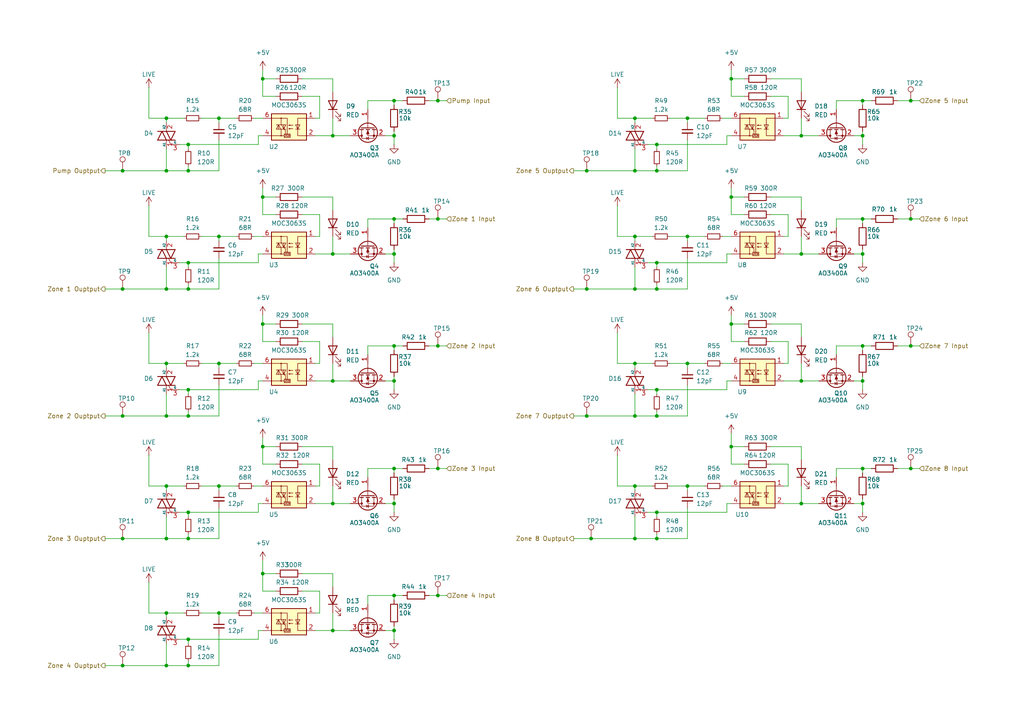
<source format=kicad_sch>
(kicad_sch (version 20250114) (generator "eeschema") (generator_version "9.0")
  (paper "A4")
  (junction (at 35.56 193.04))
  (junction (at 212.09 93.98))
  (junction (at 232.41 110.49))
  (junction (at 127 63.5))
  (junction (at 232.41 73.66))
  (junction (at 114.3 100.33))
  (junction (at 264.16 29.21))
  (junction (at 48.26 120.65))
  (junction (at 54.61 49.53))
  (junction (at 63.5 177.8))
  (junction (at 199.39 68.58))
  (junction (at 54.61 83.82))
  (junction (at 190.5 113.03))
  (junction (at 170.18 83.82))
  (junction (at 170.18 49.53))
  (junction (at 264.16 100.33))
  (junction (at 48.26 156.21))
  (junction (at 199.39 105.41))
  (junction (at 250.19 29.21))
  (junction (at 96.52 73.66))
  (junction (at 54.61 76.2))
  (junction (at 96.52 110.49))
  (junction (at 184.15 120.65))
  (junction (at 63.5 34.29))
  (junction (at 96.52 39.37))
  (junction (at 54.61 156.21))
  (junction (at 199.39 140.97))
  (junction (at 76.2 93.98))
  (junction (at 114.3 29.21))
  (junction (at 232.41 146.05))
  (junction (at 48.26 34.29))
  (junction (at 54.61 148.59))
  (junction (at 54.61 41.91))
  (junction (at 48.26 49.53))
  (junction (at 114.3 182.88))
  (junction (at 63.5 140.97))
  (junction (at 250.19 39.37))
  (junction (at 96.52 182.88))
  (junction (at 190.5 83.82))
  (junction (at 35.56 120.65))
  (junction (at 54.61 193.04))
  (junction (at 114.3 110.49))
  (junction (at 190.5 120.65))
  (junction (at 127 100.33))
  (junction (at 184.15 34.29))
  (junction (at 170.18 120.65))
  (junction (at 184.15 156.21))
  (junction (at 190.5 156.21))
  (junction (at 76.2 57.15))
  (junction (at 127 135.89))
  (junction (at 76.2 22.86))
  (junction (at 114.3 135.89))
  (junction (at 184.15 140.97))
  (junction (at 63.5 68.58))
  (junction (at 199.39 34.29))
  (junction (at 35.56 49.53))
  (junction (at 171.45 156.21))
  (junction (at 96.52 146.05))
  (junction (at 212.09 57.15))
  (junction (at 250.19 146.05))
  (junction (at 232.41 39.37))
  (junction (at 190.5 49.53))
  (junction (at 114.3 172.72))
  (junction (at 190.5 148.59))
  (junction (at 190.5 76.2))
  (junction (at 48.26 68.58))
  (junction (at 250.19 73.66))
  (junction (at 76.2 166.37))
  (junction (at 48.26 140.97))
  (junction (at 76.2 129.54))
  (junction (at 48.26 83.82))
  (junction (at 127 29.21))
  (junction (at 264.16 63.5))
  (junction (at 54.61 120.65))
  (junction (at 212.09 22.86))
  (junction (at 114.3 146.05))
  (junction (at 35.56 83.82))
  (junction (at 63.5 105.41))
  (junction (at 54.61 113.03))
  (junction (at 184.15 83.82))
  (junction (at 190.5 41.91))
  (junction (at 48.26 105.41))
  (junction (at 127 172.72))
  (junction (at 184.15 68.58))
  (junction (at 114.3 39.37))
  (junction (at 184.15 105.41))
  (junction (at 48.26 177.8))
  (junction (at 212.09 129.54))
  (junction (at 48.26 193.04))
  (junction (at 250.19 135.89))
  (junction (at 184.15 49.53))
  (junction (at 250.19 110.49))
  (junction (at 35.56 156.21))
  (junction (at 264.16 135.89))
  (junction (at 250.19 100.33))
  (junction (at 114.3 73.66))
  (junction (at 114.3 63.5))
  (junction (at 250.19 63.5))
  (junction (at 54.61 185.42))
  (wire (pts (xy 58.42 68.58) (xy 63.5 68.58)))
  (wire (pts (xy 209.55 105.41) (xy 212.09 105.41)))
  (wire (pts (xy 212.09 129.54) (xy 215.9 129.54)))
  (wire (pts (xy 96.52 73.66) (xy 101.6 73.66)))
  (wire (pts (xy 190.5 114.3) (xy 190.5 113.03)))
  (wire (pts (xy 190.5 43.18) (xy 190.5 41.91)))
  (wire (pts (xy 228.6 34.29) (xy 227.33 34.29)))
  (wire (pts (xy 190.5 154.94) (xy 190.5 156.21)))
  (wire (pts (xy 232.41 129.54) (xy 223.52 129.54)))
  (wire (pts (xy 63.5 74.93) (xy 63.5 83.82)))
  (wire (pts (xy 54.61 193.04) (xy 48.26 193.04)))
  (wire (pts (xy 76.2 166.37) (xy 76.2 171.45)))
  (wire (pts (xy 114.3 135.89) (xy 116.84 135.89)))
  (wire (pts (xy 190.5 49.53) (xy 184.15 49.53)))
  (wire (pts (xy 242.57 29.21) (xy 250.19 29.21)))
  (wire (pts (xy 264.16 29.21) (xy 266.7 29.21)))
  (wire (pts (xy 242.57 63.5) (xy 250.19 63.5)))
  (wire (pts (xy 212.09 93.98) (xy 212.09 99.06)))
  (wire (pts (xy 199.39 40.64) (xy 199.39 49.53)))
  (wire (pts (xy 91.44 182.88) (xy 96.52 182.88)))
  (wire (pts (xy 48.26 105.41) (xy 53.34 105.41)))
  (wire (pts (xy 63.5 49.53) (xy 54.61 49.53)))
  (wire (pts (xy 63.5 105.41) (xy 68.58 105.41)))
  (wire (pts (xy 199.39 156.21) (xy 190.5 156.21)))
  (wire (pts (xy 190.5 113.03) (xy 210.82 113.03)))
  (wire (pts (xy 43.18 132.08) (xy 43.18 140.97)))
  (wire (pts (xy 232.41 73.66) (xy 237.49 73.66)))
  (wire (pts (xy 215.9 27.94) (xy 212.09 27.94)))
  (wire (pts (xy 212.09 91.44) (xy 212.09 93.98)))
  (wire (pts (xy 114.3 100.33) (xy 114.3 101.6)))
  (wire (pts (xy 114.3 72.39) (xy 114.3 73.66)))
  (wire (pts (xy 264.16 63.5) (xy 266.7 63.5)))
  (wire (pts (xy 250.19 29.21) (xy 250.19 30.48)))
  (wire (pts (xy 48.26 186.69) (xy 48.26 193.04)))
  (wire (pts (xy 54.61 113.03) (xy 52.07 113.03)))
  (wire (pts (xy 74.93 73.66) (xy 76.2 73.66)))
  (wire (pts (xy 63.5 193.04) (xy 54.61 193.04)))
  (wire (pts (xy 184.15 43.18) (xy 184.15 49.53)))
  (wire (pts (xy 43.18 59.69) (xy 43.18 68.58)))
  (wire (pts (xy 48.26 106.68) (xy 48.26 105.41)))
  (wire (pts (xy 58.42 34.29) (xy 63.5 34.29)))
  (wire (pts (xy 250.19 146.05) (xy 250.19 148.59)))
  (wire (pts (xy 74.93 110.49) (xy 76.2 110.49)))
  (wire (pts (xy 184.15 105.41) (xy 189.23 105.41)))
  (wire (pts (xy 63.5 120.65) (xy 54.61 120.65)))
  (wire (pts (xy 80.01 27.94) (xy 76.2 27.94)))
  (wire (pts (xy 48.26 142.24) (xy 48.26 140.97)))
  (wire (pts (xy 96.52 182.88) (xy 101.6 182.88)))
  (wire (pts (xy 48.26 149.86) (xy 48.26 156.21)))
  (wire (pts (xy 232.41 93.98) (xy 223.52 93.98)))
  (wire (pts (xy 54.61 76.2) (xy 52.07 76.2)))
  (wire (pts (xy 190.5 48.26) (xy 190.5 49.53)))
  (wire (pts (xy 179.07 105.41) (xy 184.15 105.41)))
  (wire (pts (xy 48.26 140.97) (xy 53.34 140.97)))
  (wire (pts (xy 199.39 35.56) (xy 199.39 34.29)))
  (wire (pts (xy 35.56 120.65) (xy 48.26 120.65)))
  (wire (pts (xy 63.5 106.68) (xy 63.5 105.41)))
  (wire (pts (xy 212.09 129.54) (xy 212.09 134.62)))
  (wire (pts (xy 210.82 41.91) (xy 210.82 39.37)))
  (wire (pts (xy 232.41 140.97) (xy 232.41 146.05)))
  (wire (pts (xy 179.07 132.08) (xy 179.07 140.97)))
  (wire (pts (xy 124.46 29.21) (xy 127 29.21)))
  (wire (pts (xy 73.66 105.41) (xy 76.2 105.41)))
  (wire (pts (xy 76.2 129.54) (xy 76.2 134.62)))
  (wire (pts (xy 106.68 66.04) (xy 106.68 63.5)))
  (wire (pts (xy 76.2 93.98) (xy 80.01 93.98)))
  (wire (pts (xy 63.5 147.32) (xy 63.5 156.21)))
  (wire (pts (xy 190.5 76.2) (xy 187.96 76.2)))
  (wire (pts (xy 227.33 146.05) (xy 232.41 146.05)))
  (wire (pts (xy 209.55 140.97) (xy 212.09 140.97)))
  (wire (pts (xy 250.19 73.66) (xy 250.19 76.2)))
  (wire (pts (xy 106.68 29.21) (xy 114.3 29.21)))
  (wire (pts (xy 194.31 105.41) (xy 199.39 105.41)))
  (wire (pts (xy 212.09 22.86) (xy 215.9 22.86)))
  (wire (pts (xy 184.15 69.85) (xy 184.15 68.58)))
  (wire (pts (xy 199.39 140.97) (xy 204.47 140.97)))
  (wire (pts (xy 242.57 102.87) (xy 242.57 100.33)))
  (wire (pts (xy 111.76 39.37) (xy 114.3 39.37)))
  (wire (pts (xy 210.82 110.49) (xy 212.09 110.49)))
  (wire (pts (xy 96.52 39.37) (xy 101.6 39.37)))
  (wire (pts (xy 228.6 99.06) (xy 223.52 99.06)))
  (wire (pts (xy 54.61 186.69) (xy 54.61 185.42)))
  (wire (pts (xy 247.65 73.66) (xy 250.19 73.66)))
  (wire (pts (xy 96.52 140.97) (xy 96.52 146.05)))
  (wire (pts (xy 80.01 134.62) (xy 76.2 134.62)))
  (wire (pts (xy 250.19 100.33) (xy 250.19 101.6)))
  (wire (pts (xy 190.5 83.82) (xy 184.15 83.82)))
  (wire (pts (xy 54.61 48.26) (xy 54.61 49.53)))
  (wire (pts (xy 228.6 140.97) (xy 227.33 140.97)))
  (wire (pts (xy 63.5 184.15) (xy 63.5 193.04)))
  (wire (pts (xy 170.18 120.65) (xy 184.15 120.65)))
  (wire (pts (xy 209.55 34.29) (xy 212.09 34.29)))
  (wire (pts (xy 190.5 148.59) (xy 210.82 148.59)))
  (wire (pts (xy 92.71 34.29) (xy 91.44 34.29)))
  (wire (pts (xy 76.2 20.32) (xy 76.2 22.86)))
  (wire (pts (xy 190.5 156.21) (xy 184.15 156.21)))
  (wire (pts (xy 76.2 91.44) (xy 76.2 93.98)))
  (wire (pts (xy 190.5 113.03) (xy 187.96 113.03)))
  (wire (pts (xy 63.5 142.24) (xy 63.5 140.97)))
  (wire (pts (xy 199.39 111.76) (xy 199.39 120.65)))
  (wire (pts (xy 106.68 135.89) (xy 114.3 135.89)))
  (wire (pts (xy 43.18 68.58) (xy 48.26 68.58)))
  (wire (pts (xy 96.52 68.58) (xy 96.52 73.66)))
  (wire (pts (xy 63.5 111.76) (xy 63.5 120.65)))
  (wire (pts (xy 228.6 99.06) (xy 228.6 105.41)))
  (wire (pts (xy 184.15 140.97) (xy 189.23 140.97)))
  (wire (pts (xy 48.26 68.58) (xy 53.34 68.58)))
  (wire (pts (xy 92.71 140.97) (xy 91.44 140.97)))
  (wire (pts (xy 179.07 25.4) (xy 179.07 34.29)))
  (wire (pts (xy 92.71 105.41) (xy 91.44 105.41)))
  (wire (pts (xy 63.5 69.85) (xy 63.5 68.58)))
  (wire (pts (xy 190.5 119.38) (xy 190.5 120.65)))
  (wire (pts (xy 232.41 22.86) (xy 232.41 26.67)))
  (wire (pts (xy 242.57 66.04) (xy 242.57 63.5)))
  (wire (pts (xy 74.93 41.91) (xy 74.93 39.37)))
  (wire (pts (xy 54.61 148.59) (xy 52.07 148.59)))
  (wire (pts (xy 58.42 140.97) (xy 63.5 140.97)))
  (wire (pts (xy 54.61 41.91) (xy 52.07 41.91)))
  (wire (pts (xy 227.33 110.49) (xy 232.41 110.49)))
  (wire (pts (xy 76.2 127) (xy 76.2 129.54)))
  (wire (pts (xy 232.41 68.58) (xy 232.41 73.66)))
  (wire (pts (xy 124.46 135.89) (xy 127 135.89)))
  (wire (pts (xy 232.41 39.37) (xy 237.49 39.37)))
  (wire (pts (xy 166.37 156.21) (xy 171.45 156.21)))
  (wire (pts (xy 92.71 171.45) (xy 92.71 177.8)))
  (wire (pts (xy 232.41 129.54) (xy 232.41 133.35)))
  (wire (pts (xy 228.6 27.94) (xy 223.52 27.94)))
  (wire (pts (xy 127 29.21) (xy 129.54 29.21)))
  (wire (pts (xy 111.76 146.05) (xy 114.3 146.05)))
  (wire (pts (xy 124.46 100.33) (xy 127 100.33)))
  (wire (pts (xy 114.3 29.21) (xy 116.84 29.21)))
  (wire (pts (xy 194.31 34.29) (xy 199.39 34.29)))
  (wire (pts (xy 264.16 135.89) (xy 266.7 135.89)))
  (wire (pts (xy 166.37 49.53) (xy 170.18 49.53)))
  (wire (pts (xy 199.39 147.32) (xy 199.39 156.21)))
  (wire (pts (xy 232.41 22.86) (xy 223.52 22.86)))
  (wire (pts (xy 127 100.33) (xy 129.54 100.33)))
  (wire (pts (xy 54.61 191.77) (xy 54.61 193.04)))
  (wire (pts (xy 91.44 73.66) (xy 96.52 73.66)))
  (wire (pts (xy 74.93 185.42) (xy 74.93 182.88)))
  (wire (pts (xy 228.6 62.23) (xy 228.6 68.58)))
  (wire (pts (xy 250.19 135.89) (xy 250.19 137.16)))
  (wire (pts (xy 232.41 110.49) (xy 237.49 110.49)))
  (wire (pts (xy 260.35 29.21) (xy 264.16 29.21)))
  (wire (pts (xy 114.3 38.1) (xy 114.3 39.37)))
  (wire (pts (xy 30.48 156.21) (xy 35.56 156.21)))
  (wire (pts (xy 199.39 83.82) (xy 190.5 83.82)))
  (wire (pts (xy 184.15 35.56) (xy 184.15 34.29)))
  (wire (pts (xy 35.56 83.82) (xy 48.26 83.82)))
  (wire (pts (xy 96.52 166.37) (xy 87.63 166.37)))
  (wire (pts (xy 106.68 175.26) (xy 106.68 172.72)))
  (wire (pts (xy 232.41 57.15) (xy 232.41 60.96)))
  (wire (pts (xy 96.52 177.8) (xy 96.52 182.88)))
  (wire (pts (xy 242.57 135.89) (xy 250.19 135.89)))
  (wire (pts (xy 228.6 27.94) (xy 228.6 34.29)))
  (wire (pts (xy 114.3 172.72) (xy 116.84 172.72)))
  (wire (pts (xy 227.33 39.37) (xy 232.41 39.37)))
  (wire (pts (xy 232.41 34.29) (xy 232.41 39.37)))
  (wire (pts (xy 199.39 106.68) (xy 199.39 105.41)))
  (wire (pts (xy 190.5 41.91) (xy 187.96 41.91)))
  (wire (pts (xy 48.26 34.29) (xy 53.34 34.29)))
  (wire (pts (xy 228.6 68.58) (xy 227.33 68.58)))
  (wire (pts (xy 114.3 39.37) (xy 114.3 41.91)))
  (wire (pts (xy 114.3 109.22) (xy 114.3 110.49)))
  (wire (pts (xy 96.52 22.86) (xy 87.63 22.86)))
  (wire (pts (xy 63.5 35.56) (xy 63.5 34.29)))
  (wire (pts (xy 212.09 93.98) (xy 215.9 93.98)))
  (wire (pts (xy 74.93 113.03) (xy 74.93 110.49)))
  (wire (pts (xy 92.71 62.23) (xy 87.63 62.23)))
  (wire (pts (xy 63.5 140.97) (xy 68.58 140.97)))
  (wire (pts (xy 74.93 39.37) (xy 76.2 39.37)))
  (wire (pts (xy 96.52 93.98) (xy 96.52 97.79)))
  (wire (pts (xy 76.2 57.15) (xy 80.01 57.15)))
  (wire (pts (xy 209.55 68.58) (xy 212.09 68.58)))
  (wire (pts (xy 194.31 140.97) (xy 199.39 140.97)))
  (wire (pts (xy 114.3 172.72) (xy 114.3 173.99)))
  (wire (pts (xy 96.52 22.86) (xy 96.52 26.67)))
  (wire (pts (xy 54.61 185.42) (xy 52.07 185.42)))
  (wire (pts (xy 76.2 129.54) (xy 80.01 129.54)))
  (wire (pts (xy 48.26 49.53) (xy 54.61 49.53)))
  (wire (pts (xy 171.45 156.21) (xy 184.15 156.21)))
  (wire (pts (xy 91.44 39.37) (xy 96.52 39.37)))
  (wire (pts (xy 194.31 68.58) (xy 199.39 68.58)))
  (wire (pts (xy 190.5 149.86) (xy 190.5 148.59)))
  (wire (pts (xy 43.18 25.4) (xy 43.18 34.29)))
  (wire (pts (xy 242.57 100.33) (xy 250.19 100.33)))
  (wire (pts (xy 199.39 68.58) (xy 204.47 68.58)))
  (wire (pts (xy 54.61 114.3) (xy 54.61 113.03)))
  (wire (pts (xy 54.61 149.86) (xy 54.61 148.59)))
  (wire (pts (xy 63.5 156.21) (xy 54.61 156.21)))
  (wire (pts (xy 43.18 140.97) (xy 48.26 140.97)))
  (wire (pts (xy 48.26 43.18) (xy 48.26 49.53)))
  (wire (pts (xy 242.57 138.43) (xy 242.57 135.89)))
  (wire (pts (xy 73.66 140.97) (xy 76.2 140.97)))
  (wire (pts (xy 184.15 142.24) (xy 184.15 140.97)))
  (wire (pts (xy 212.09 57.15) (xy 215.9 57.15)))
  (wire (pts (xy 184.15 114.3) (xy 184.15 120.65)))
  (wire (pts (xy 54.61 148.59) (xy 74.93 148.59)))
  (wire (pts (xy 170.18 83.82) (xy 184.15 83.82)))
  (wire (pts (xy 260.35 63.5) (xy 264.16 63.5)))
  (wire (pts (xy 96.52 105.41) (xy 96.52 110.49)))
  (wire (pts (xy 250.19 72.39) (xy 250.19 73.66)))
  (wire (pts (xy 242.57 31.75) (xy 242.57 29.21)))
  (wire (pts (xy 106.68 138.43) (xy 106.68 135.89)))
  (wire (pts (xy 73.66 34.29) (xy 76.2 34.29)))
  (wire (pts (xy 247.65 110.49) (xy 250.19 110.49)))
  (wire (pts (xy 124.46 63.5) (xy 127 63.5)))
  (wire (pts (xy 76.2 162.56) (xy 76.2 166.37)))
  (wire (pts (xy 114.3 144.78) (xy 114.3 146.05)))
  (wire (pts (xy 227.33 73.66) (xy 232.41 73.66)))
  (wire (pts (xy 184.15 106.68) (xy 184.15 105.41)))
  (wire (pts (xy 250.19 38.1) (xy 250.19 39.37)))
  (wire (pts (xy 63.5 68.58) (xy 68.58 68.58)))
  (wire (pts (xy 190.5 148.59) (xy 187.96 148.59)))
  (wire (pts (xy 91.44 110.49) (xy 96.52 110.49)))
  (wire (pts (xy 228.6 134.62) (xy 228.6 140.97)))
  (wire (pts (xy 54.61 43.18) (xy 54.61 41.91)))
  (wire (pts (xy 58.42 177.8) (xy 63.5 177.8)))
  (wire (pts (xy 48.26 177.8) (xy 53.34 177.8)))
  (wire (pts (xy 48.26 77.47) (xy 48.26 83.82)))
  (wire (pts (xy 179.07 140.97) (xy 184.15 140.97)))
  (wire (pts (xy 30.48 193.04) (xy 35.56 193.04)))
  (wire (pts (xy 92.71 68.58) (xy 91.44 68.58)))
  (wire (pts (xy 212.09 22.86) (xy 212.09 27.94)))
  (wire (pts (xy 106.68 31.75) (xy 106.68 29.21)))
  (wire (pts (xy 35.56 156.21) (xy 48.26 156.21)))
  (wire (pts (xy 114.3 63.5) (xy 114.3 64.77)))
  (wire (pts (xy 111.76 73.66) (xy 114.3 73.66)))
  (wire (pts (xy 63.5 179.07) (xy 63.5 177.8)))
  (wire (pts (xy 54.61 77.47) (xy 54.61 76.2)))
  (wire (pts (xy 232.41 57.15) (xy 223.52 57.15)))
  (wire (pts (xy 127 135.89) (xy 129.54 135.89)))
  (wire (pts (xy 48.26 35.56) (xy 48.26 34.29)))
  (wire (pts (xy 54.61 119.38) (xy 54.61 120.65)))
  (wire (pts (xy 199.39 120.65) (xy 190.5 120.65)))
  (wire (pts (xy 43.18 96.52) (xy 43.18 105.41)))
  (wire (pts (xy 73.66 177.8) (xy 76.2 177.8)))
  (wire (pts (xy 114.3 181.61) (xy 114.3 182.88)))
  (wire (pts (xy 92.71 99.06) (xy 92.71 105.41)))
  (wire (pts (xy 54.61 76.2) (xy 74.93 76.2)))
  (wire (pts (xy 250.19 135.89) (xy 252.73 135.89)))
  (wire (pts (xy 91.44 146.05) (xy 96.52 146.05)))
  (wire (pts (xy 170.18 49.53) (xy 184.15 49.53)))
  (wire (pts (xy 54.61 156.21) (xy 48.26 156.21)))
  (wire (pts (xy 92.71 27.94) (xy 92.71 34.29)))
  (wire (pts (xy 199.39 74.93) (xy 199.39 83.82)))
  (wire (pts (xy 179.07 96.52) (xy 179.07 105.41)))
  (wire (pts (xy 199.39 69.85) (xy 199.39 68.58)))
  (wire (pts (xy 260.35 135.89) (xy 264.16 135.89)))
  (wire (pts (xy 250.19 39.37) (xy 250.19 41.91)))
  (wire (pts (xy 199.39 34.29) (xy 204.47 34.29)))
  (wire (pts (xy 106.68 100.33) (xy 114.3 100.33)))
  (wire (pts (xy 210.82 113.03) (xy 210.82 110.49)))
  (wire (pts (xy 190.5 77.47) (xy 190.5 76.2)))
  (wire (pts (xy 228.6 105.41) (xy 227.33 105.41)))
  (wire (pts (xy 54.61 113.03) (xy 74.93 113.03)))
  (wire (pts (xy 250.19 100.33) (xy 252.73 100.33)))
  (wire (pts (xy 127 63.5) (xy 129.54 63.5)))
  (wire (pts (xy 92.71 171.45) (xy 87.63 171.45)))
  (wire (pts (xy 250.19 144.78) (xy 250.19 146.05)))
  (wire (pts (xy 80.01 62.23) (xy 76.2 62.23)))
  (wire (pts (xy 199.39 105.41) (xy 204.47 105.41)))
  (wire (pts (xy 260.35 100.33) (xy 264.16 100.33)))
  (wire (pts (xy 210.82 148.59) (xy 210.82 146.05)))
  (wire (pts (xy 54.61 185.42) (xy 74.93 185.42)))
  (wire (pts (xy 63.5 34.29) (xy 68.58 34.29)))
  (wire (pts (xy 124.46 172.72) (xy 127 172.72)))
  (wire (pts (xy 54.61 83.82) (xy 48.26 83.82)))
  (wire (pts (xy 111.76 110.49) (xy 114.3 110.49)))
  (wire (pts (xy 73.66 68.58) (xy 76.2 68.58)))
  (wire (pts (xy 30.48 83.82) (xy 35.56 83.82)))
  (wire (pts (xy 96.52 129.54) (xy 96.52 133.35)))
  (wire (pts (xy 228.6 134.62) (xy 223.52 134.62)))
  (wire (pts (xy 92.71 62.23) (xy 92.71 68.58)))
  (wire (pts (xy 190.5 120.65) (xy 184.15 120.65)))
  (wire (pts (xy 54.61 82.55) (xy 54.61 83.82)))
  (wire (pts (xy 74.93 182.88) (xy 76.2 182.88)))
  (wire (pts (xy 48.26 69.85) (xy 48.26 68.58)))
  (wire (pts (xy 250.19 63.5) (xy 250.19 64.77)))
  (wire (pts (xy 215.9 134.62) (xy 212.09 134.62)))
  (wire (pts (xy 48.26 179.07) (xy 48.26 177.8)))
  (wire (pts (xy 96.52 166.37) (xy 96.52 170.18)))
  (wire (pts (xy 232.41 93.98) (xy 232.41 97.79)))
  (wire (pts (xy 92.71 177.8) (xy 91.44 177.8)))
  (wire (pts (xy 48.26 120.65) (xy 54.61 120.65)))
  (wire (pts (xy 247.65 146.05) (xy 250.19 146.05)))
  (wire (pts (xy 92.71 134.62) (xy 92.71 140.97)))
  (wire (pts (xy 43.18 34.29) (xy 48.26 34.29)))
  (wire (pts (xy 190.5 76.2) (xy 210.82 76.2)))
  (wire (pts (xy 179.07 68.58) (xy 184.15 68.58)))
  (wire (pts (xy 264.16 100.33) (xy 266.7 100.33)))
  (wire (pts (xy 210.82 73.66) (xy 212.09 73.66)))
  (wire (pts (xy 215.9 62.23) (xy 212.09 62.23)))
  (wire (pts (xy 114.3 146.05) (xy 114.3 148.59)))
  (wire (pts (xy 43.18 177.8) (xy 48.26 177.8)))
  (wire (pts (xy 250.19 29.21) (xy 252.73 29.21)))
  (wire (pts (xy 106.68 172.72) (xy 114.3 172.72)))
  (wire (pts (xy 80.01 99.06) (xy 76.2 99.06)))
  (wire (pts (xy 96.52 57.15) (xy 87.63 57.15)))
  (wire (pts (xy 212.09 57.15) (xy 212.09 62.23)))
  (wire (pts (xy 114.3 182.88) (xy 114.3 185.42)))
  (wire (pts (xy 210.82 76.2) (xy 210.82 73.66)))
  (wire (pts (xy 74.93 148.59) (xy 74.93 146.05)))
  (wire (pts (xy 114.3 100.33) (xy 116.84 100.33)))
  (wire (pts (xy 43.18 168.91) (xy 43.18 177.8)))
  (wire (pts (xy 76.2 22.86) (xy 76.2 27.94)))
  (wire (pts (xy 96.52 146.05) (xy 101.6 146.05)))
  (wire (pts (xy 114.3 63.5) (xy 116.84 63.5)))
  (wire (pts (xy 63.5 83.82) (xy 54.61 83.82)))
  (wire (pts (xy 114.3 135.89) (xy 114.3 137.16)))
  (wire (pts (xy 43.18 105.41) (xy 48.26 105.41)))
  (wire (pts (xy 184.15 34.29) (xy 189.23 34.29)))
  (wire (pts (xy 184.15 77.47) (xy 184.15 83.82)))
  (wire (pts (xy 199.39 142.24) (xy 199.39 140.97)))
  (wire (pts (xy 166.37 83.82) (xy 170.18 83.82)))
  (wire (pts (xy 114.3 73.66) (xy 114.3 76.2)))
  (wire (pts (xy 74.93 76.2) (xy 74.93 73.66)))
  (wire (pts (xy 212.09 20.32) (xy 212.09 22.86)))
  (wire (pts (xy 76.2 57.15) (xy 76.2 62.23)))
  (wire (pts (xy 35.56 49.53) (xy 48.26 49.53)))
  (wire (pts (xy 80.01 171.45) (xy 76.2 171.45)))
  (wire (pts (xy 92.71 134.62) (xy 87.63 134.62)))
  (wire (pts (xy 30.48 49.53) (xy 35.56 49.53)))
  (wire (pts (xy 215.9 99.06) (xy 212.09 99.06)))
  (wire (pts (xy 76.2 54.61) (xy 76.2 57.15)))
  (wire (pts (xy 232.41 105.41) (xy 232.41 110.49)))
  (wire (pts (xy 232.41 146.05) (xy 237.49 146.05)))
  (wire (pts (xy 212.09 54.61) (xy 212.09 57.15)))
  (wire (pts (xy 96.52 57.15) (xy 96.52 60.96)))
  (wire (pts (xy 48.26 114.3) (xy 48.26 120.65)))
  (wire (pts (xy 63.5 177.8) (xy 68.58 177.8)))
  (wire (pts (xy 184.15 68.58) (xy 189.23 68.58)))
  (wire (pts (xy 199.39 49.53) (xy 190.5 49.53)))
  (wire (pts (xy 76.2 93.98) (xy 76.2 99.06)))
  (wire (pts (xy 210.82 146.05) (xy 212.09 146.05)))
  (wire (pts (xy 250.19 110.49) (xy 250.19 113.03)))
  (wire (pts (xy 63.5 40.64) (xy 63.5 49.53)))
  (wire (pts (xy 114.3 110.49) (xy 114.3 113.03)))
  (wire (pts (xy 190.5 41.91) (xy 210.82 41.91)))
  (wire (pts (xy 92.71 27.94) (xy 87.63 27.94)))
  (wire (pts (xy 250.19 63.5) (xy 252.73 63.5)))
  (wire (pts (xy 58.42 105.41) (xy 63.5 105.41)))
  (wire (pts (xy 166.37 120.65) (xy 170.18 120.65)))
  (wire (pts (xy 54.61 154.94) (xy 54.61 156.21)))
  (wire (pts (xy 210.82 39.37) (xy 212.09 39.37)))
  (wire (pts (xy 96.52 110.49) (xy 101.6 110.49)))
  (wire (pts (xy 184.15 149.86) (xy 184.15 156.21)))
  (wire (pts (xy 76.2 22.86) (xy 80.01 22.86)))
  (wire (pts (xy 111.76 182.88) (xy 114.3 182.88)))
  (wire (pts (xy 127 172.72) (xy 129.54 172.72)))
  (wire (pts (xy 76.2 166.37) (xy 80.01 166.37)))
  (wire (pts (xy 250.19 109.22) (xy 250.19 110.49)))
  (wire (pts (xy 54.61 41.91) (xy 74.93 41.91)))
  (wire (pts (xy 179.07 59.69) (xy 179.07 68.58)))
  (wire (pts (xy 228.6 62.23) (xy 223.52 62.23)))
  (wire (pts (xy 96.52 34.29) (xy 96.52 39.37)))
  (wire (pts (xy 106.68 63.5) (xy 114.3 63.5)))
  (wire (pts (xy 247.65 39.37) (xy 250.19 39.37)))
  (wire (pts (xy 114.3 29.21) (xy 114.3 30.48)))
  (wire (pts (xy 30.48 120.65) (xy 35.56 120.65)))
  (wire (pts (xy 96.52 129.54) (xy 87.63 129.54)))
  (wire (pts (xy 212.09 125.73) (xy 212.09 129.54)))
  (wire (pts (xy 190.5 82.55) (xy 190.5 83.82)))
  (wire (pts (xy 92.71 99.06) (xy 87.63 99.06)))
  (wire (pts (xy 35.56 193.04) (xy 48.26 193.04)))
  (wire (pts (xy 106.68 102.87) (xy 106.68 100.33)))
  (wire (pts (xy 179.07 34.29) (xy 184.15 34.29)))
  (wire (pts (xy 96.52 93.98) (xy 87.63 93.98)))
  (wire (pts (xy 74.93 146.05) (xy 76.2 146.05)))
  (hierarchical_label "Zone 8 Input" (shape input) (at 266.7 135.89 0))
  (hierarchical_label "Zone 2 Ouptput" (shape output) (at 30.48 120.65 180))
  (hierarchical_label "Zone 6 Input" (shape input) (at 266.7 63.5 0))
  (hierarchical_label "Zone 3 Ouptput" (shape output) (at 30.48 156.21 180))
  (hierarchical_label "Zone 6 Ouptput" (shape output) (at 166.37 83.82 180))
  (hierarchical_label "Zone 3 Input" (shape input) (at 129.54 135.89 0))
  (hierarchical_label "Pump Input" (shape input) (at 129.54 29.21 0))
  (hierarchical_label "Zone 7 Input" (shape input) (at 266.7 100.33 0))
  (hierarchical_label "Zone 4 Ouptput" (shape output) (at 30.48 193.04 180))
  (hierarchical_label "Pump Ouptput" (shape output) (at 30.48 49.53 180))
  (hierarchical_label "Zone 4 Input" (shape input) (at 129.54 172.72 0))
  (hierarchical_label "Zone 1 Ouptput" (shape output) (at 30.48 83.82 180))
  (hierarchical_label "Zone 2 Input" (shape input) (at 129.54 100.33 0))
  (hierarchical_label "Zone 7 Ouptput" (shape output) (at 166.37 120.65 180))
  (hierarchical_label "Zone 8 Ouptput" (shape output) (at 166.37 156.21 180))
  (hierarchical_label "Zone 5 Input" (shape input) (at 266.7 29.21 0))
  (hierarchical_label "Zone 1 Input" (shape input) (at 129.54 63.5 0))
  (hierarchical_label "Zone 5 Ouptput" (shape output) (at 166.37 49.53 180))
  (symbol (lib_id "Device:R_Small") (at 191.77 105.41 90) (unit 1)
    (property "Reference" "R51" (at 191.77 100.33 90))
    (property "Value" "1.2k" (at 191.77 102.87 90))
    (property "Footprint" "Resistor_SMD:R_0805_2012Metric" (effects (hide yes)))
    (property "Description" "125mW Thick Film Resistors 150V ±100ppm/℃ ±1% 1.2kΩ 0805 Chip Resistor - Surface Mount ROHS" (effects (hide yes)))
    (property "Supplier" "LCSC" (effects (hide yes)))
    (property "Supplier P/N" "C17379" (effects (hide yes)))
    (property "Manufacturer" "UNI-ROYAL(Uniroyal Elec)" (effects (hide yes)))
    (property "Manufacturer P/N" "0805W8F1201T5E" (effects (hide yes)))
  )
  (symbol (lib_id "power:GND") (at 250.19 41.91 0) (unit 1)
    (property "Reference" "#PWR043" (effects (hide yes)))
    (property "Value" "GND" (at 250.19 46.99 0))
    (property "Description" "Power symbol creates a global label with name \"GND\" , ground" (effects (hide yes)))
  )
  (symbol (lib_id "Device:C_Small") (at 199.39 144.78 0) (unit 1)
    (property "Reference" "C13" (at 201.93 143.5162 0) (effects (justify left)))
    (property "Value" "12pF" (at 201.93 146.0562 0) (effects (justify left)))
    (property "Footprint" "Capacitor_SMD:C_0603_1608Metric" (effects (hide yes)))
    (property "Description" "50V 12pF C0G ±5% 0603 Multilayer Ceramic Capacitors MLCC - SMD/SMT ROHS" (effects (hide yes)))
    (property "Manufacturer" "Samsung Electro-Mechanics" (effects (hide yes)))
    (property "Manufacturer P/N" "CL10C120JB8NNNC" (effects (hide yes)))
    (property "Supplier" "LCSC" (effects (hide yes)))
    (property "Supplier P/N" "C38523" (effects (hide yes)))
  )
  (symbol (lib_id "Device:R") (at 120.65 135.89 270) (unit 1)
    (property "Reference" "R43" (at 118.364 133.35 90))
    (property "Value" "1k" (at 122.555 133.35 90))
    (property "Footprint" "Resistor_SMD:R_0805_2012Metric" (effects (hide yes)))
    (property "Description" "125mW Thick Film Resistors 150V ±100ppm/℃ ±1% 1kΩ 0805 Chip Resistor - Surface Mount ROHS" (effects (hide yes)))
    (property "Manufacturer" "UNI-ROYAL(Uniroyal Elec)" (effects (hide yes)))
    (property "Manufacturer P/N" "0805W8F1001T5E" (effects (hide yes)))
    (property "Supplier" "LCSC" (effects (hide yes)))
    (property "Supplier P/N" "C17513" (effects (hide yes)))
  )
  (symbol (lib_id "Triac_Thyristor:Generic_Triac_A1A2G") (at 184.15 73.66 0) (mirror y) (unit 1)
    (property "Reference" "D15" (at 180.34 72.9614 0) (effects (justify left)))
    (property "Value" "Generic_Triac_A1A2G" (effects (hide yes)))
    (property "Footprint" "Footprints:TO-220-3_Horizontal_TabDown_Solder" (effects (hide yes)))
    (property "Description" "50mA 50mA 600V 1 bidirectional thyristor TO-220  Thyristors (SCR)/Modules ROHS" (effects (hide yes)))
    (property "Manufacturer" "STMicroelectronics" (effects (hide yes)))
    (property "Manufacturer P/N" "BTB16-600BWRG" (effects (hide yes)))
    (property "Supplier" "LCSC" (effects (hide yes)))
    (property "Supplier P/N" "C669873" (effects (hide yes)))
  )
  (symbol (lib_id "Device:R") (at 219.71 27.94 90) (unit 1)
    (property "Reference" "R58" (at 217.805 25.4 90))
    (property "Value" "120R" (at 223.012 25.4 90))
    (property "Footprint" "Resistor_SMD:R_0805_2012Metric" (effects (hide yes)))
    (property "Description" "125mW Thick Film Resistors 150V ±100ppm/℃ ±1% 120Ω 0805 Chip Resistor - Surface Mount ROHS" (effects (hide yes)))
    (property "Manufacturer" "UNI-ROYAL(Uniroyal Elec)" (effects (hide yes)))
    (property "Manufacturer P/N" "0805W8F1200T5E" (effects (hide yes)))
    (property "Supplier" "LCSC" (effects (hide yes)))
    (property "Supplier P/N" "C17437" (effects (hide yes)))
  )
  (symbol (lib_id "power:LINE") (at 179.07 132.08 0) (unit 1)
    (property "Reference" "#PWR038" (effects (hide yes)))
    (property "Value" "LIVE" (at 179.07 128.27 0))
    (property "Description" "Power symbol creates a global label with name \"LINE\"" (effects (hide yes)))
  )
  (symbol (lib_id "Device:R") (at 83.82 129.54 90) (unit 1)
    (property "Reference" "R31" (at 81.915 127 90))
    (property "Value" "300R" (at 86.868 127 90))
    (property "Footprint" "Resistor_SMD:R_0805_2012Metric" (effects (hide yes)))
    (property "Description" "125mW Thick Film Resistors 150V ±100ppm/℃ ±1% 300Ω 0805 Chip Resistor - Surface Mount ROHS" (effects (hide yes)))
    (property "Manufacturer" "UNI-ROYAL(Uniroyal Elec)" (effects (hide yes)))
    (property "Manufacturer P/N" "0805W8F3000T5E" (effects (hide yes)))
    (property "Supplier" "LCSC" (effects (hide yes)))
    (property "Supplier P/N" "C17617" (effects (hide yes)))
  )
  (symbol (lib_id "power:LINE") (at 43.18 132.08 0) (unit 1)
    (property "Reference" "#PWR023" (effects (hide yes)))
    (property "Value" "LIVE" (at 43.18 128.27 0))
    (property "Description" "Power symbol creates a global label with name \"LINE\"" (effects (hide yes)))
  )
  (symbol (lib_id "Device:R") (at 256.54 135.89 270) (unit 1)
    (property "Reference" "R72" (at 255.016 133.35 90))
    (property "Value" "1k" (at 259.08 133.35 90))
    (property "Footprint" "Resistor_SMD:R_0805_2012Metric" (effects (hide yes)))
    (property "Description" "125mW Thick Film Resistors 150V ±100ppm/℃ ±1% 1kΩ 0805 Chip Resistor - Surface Mount ROHS" (effects (hide yes)))
    (property "Manufacturer" "UNI-ROYAL(Uniroyal Elec)" (effects (hide yes)))
    (property "Manufacturer P/N" "0805W8F1001T5E" (effects (hide yes)))
    (property "Supplier" "LCSC" (effects (hide yes)))
    (property "Supplier P/N" "C17513" (effects (hide yes)))
  )
  (symbol (lib_id "Relay_SolidState:MOC3063M") (at 219.71 71.12 0) (mirror y) (unit 1)
    (property "Reference" "U8" (at 215.265 76.835 0))
    (property "Value" "MOC3063S" (at 219.71 64.77 0))
    (property "Footprint" "Footprints:MOC306XS_LTO" (effects (hide yes)))
    (property "Description" "50mA 600V 1.2V Two-way thyristor SMD-6P Triac, SCR Output Optoisolators ROHS" (effects (hide yes)))
    (property "Supplier" "LCSC" (effects (hide yes)))
    (property "Supplier P/N" "C77950" (effects (hide yes)))
    (property "Manufacturer" "Lite-On" (effects (hide yes)))
    (property "Manufacturer P/N" "MOC3063S-TA1" (effects (hide yes)))
  )
  (symbol (lib_id "Connector:TestPoint") (at 264.16 100.33 0) (unit 1)
    (property "Reference" "TP24" (at 262.89 95.25 0) (effects (justify left)))
    (property "Value" "TestPoint" (effects (hide yes)))
    (property "Footprint" "TestPoint:TestPoint_Pad_D1.5mm" (effects (hide yes)))
    (property "Description" "TP - 1.5mm diameter" (effects (hide yes)))
    (property "Manufacturer" "N/A" (effects (hide yes)))
    (property "Manufacturer P/N" "N/A" (effects (hide yes)))
    (property "Supplier" "N/A" (effects (hide yes)))
    (property "Supplier P/N" "N/A" (effects (hide yes)))
  )
  (symbol (lib_id "Relay_SolidState:MOC3063M") (at 83.82 180.34 0) (mirror y) (unit 1)
    (property "Reference" "U6" (at 79.375 186.055 0))
    (property "Value" "MOC3063S" (at 83.82 173.99 0))
    (property "Footprint" "Footprints:MOC306XS_LTO" (effects (hide yes)))
    (property "Description" "50mA 600V 1.2V Two-way thyristor SMD-6P Triac, SCR Output Optoisolators ROHS" (effects (hide yes)))
    (property "Supplier" "LCSC" (effects (hide yes)))
    (property "Supplier P/N" "C77950" (effects (hide yes)))
    (property "Manufacturer" "Lite-On" (effects (hide yes)))
    (property "Manufacturer P/N" "MOC3063S-TA1" (effects (hide yes)))
  )
  (symbol (lib_id "Device:R_Small") (at 190.5 80.01 180) (unit 1)
    (property "Reference" "R46" (at 193.04 78.7399 0) (effects (justify right)))
    (property "Value" "120R" (at 193.04 81.2799 0) (effects (justify right)))
    (property "Footprint" "Resistor_SMD:R_0805_2012Metric" (effects (hide yes)))
    (property "Description" "125mW Thick Film Resistors 150V ±100ppm/℃ ±1% 120Ω 0805 Chip Resistor - Surface Mount ROHS" (effects (hide yes)))
    (property "Manufacturer" "UNI-ROYAL(Uniroyal Elec)" (effects (hide yes)))
    (property "Manufacturer P/N" "0805W8F1200T5E" (effects (hide yes)))
    (property "Supplier" "LCSC" (effects (hide yes)))
    (property "Supplier P/N" "C17437" (effects (hide yes)))
  )
  (symbol (lib_id "Connector:TestPoint") (at 35.56 49.53 0) (unit 1)
    (property "Reference" "TP8" (at 34.29 44.45 0) (effects (justify left)))
    (property "Value" "TestPoint" (effects (hide yes)))
    (property "Footprint" "TestPoint:TestPoint_Pad_D1.5mm" (effects (hide yes)))
    (property "Description" "TP - 1.5mm diameter" (effects (hide yes)))
    (property "Manufacturer" "N/A" (effects (hide yes)))
    (property "Manufacturer P/N" "N/A" (effects (hide yes)))
    (property "Supplier" "N/A" (effects (hide yes)))
    (property "Supplier P/N" "N/A" (effects (hide yes)))
  )
  (symbol (lib_id "power:+5V") (at 212.09 20.32 0) (unit 1)
    (property "Reference" "#PWR039" (effects (hide yes)))
    (property "Value" "+5V" (at 212.09 15.24 0))
    (property "Description" "Power symbol creates a global label with name \"+5V\"" (effects (hide yes)))
  )
  (symbol (lib_id "power:+5V") (at 76.2 91.44 0) (unit 1)
    (property "Reference" "#PWR027" (effects (hide yes)))
    (property "Value" "+5V" (at 76.2 86.36 0))
    (property "Description" "Power symbol creates a global label with name \"+5V\"" (effects (hide yes)))
  )
  (symbol (lib_id "Device:R") (at 83.82 99.06 90) (unit 1)
    (property "Reference" "R30" (at 81.915 96.52 90))
    (property "Value" "120R" (at 87.122 96.52 90))
    (property "Footprint" "Resistor_SMD:R_0805_2012Metric" (effects (hide yes)))
    (property "Description" "125mW Thick Film Resistors 150V ±100ppm/℃ ±1% 120Ω 0805 Chip Resistor - Surface Mount ROHS" (effects (hide yes)))
    (property "Manufacturer" "UNI-ROYAL(Uniroyal Elec)" (effects (hide yes)))
    (property "Manufacturer P/N" "0805W8F1200T5E" (effects (hide yes)))
    (property "Supplier" "LCSC" (effects (hide yes)))
    (property "Supplier P/N" "C17437" (effects (hide yes)))
  )
  (symbol (lib_id "Relay_SolidState:MOC3063M") (at 83.82 143.51 0) (mirror y) (unit 1)
    (property "Reference" "U5" (at 79.375 149.225 0))
    (property "Value" "MOC3063S" (at 83.82 137.16 0))
    (property "Footprint" "Footprints:MOC306XS_LTO" (effects (hide yes)))
    (property "Description" "50mA 600V 1.2V Two-way thyristor SMD-6P Triac, SCR Output Optoisolators ROHS" (effects (hide yes)))
    (property "Supplier" "LCSC" (effects (hide yes)))
    (property "Supplier P/N" "C77950" (effects (hide yes)))
    (property "Manufacturer" "Lite-On" (effects (hide yes)))
    (property "Manufacturer P/N" "MOC3063S-TA1" (effects (hide yes)))
  )
  (symbol (lib_id "Device:R") (at 83.82 171.45 90) (unit 1)
    (property "Reference" "R34" (at 81.915 168.91 90))
    (property "Value" "120R" (at 87.122 168.91 90))
    (property "Footprint" "Resistor_SMD:R_0805_2012Metric" (effects (hide yes)))
    (property "Description" "125mW Thick Film Resistors 150V ±100ppm/℃ ±1% 120Ω 0805 Chip Resistor - Surface Mount ROHS" (effects (hide yes)))
    (property "Manufacturer" "UNI-ROYAL(Uniroyal Elec)" (effects (hide yes)))
    (property "Manufacturer P/N" "0805W8F1200T5E" (effects (hide yes)))
    (property "Supplier" "LCSC" (effects (hide yes)))
    (property "Supplier P/N" "C17437" (effects (hide yes)))
  )
  (symbol (lib_id "Relay_SolidState:MOC3063M") (at 83.82 107.95 0) (mirror y) (unit 1)
    (property "Reference" "U4" (at 79.375 113.665 0))
    (property "Value" "MOC3063S" (at 83.82 101.6 0))
    (property "Footprint" "Footprints:MOC306XS_LTO" (effects (hide yes)))
    (property "Description" "50mA 600V 1.2V Two-way thyristor SMD-6P Triac, SCR Output Optoisolators ROHS" (effects (hide yes)))
    (property "Supplier" "LCSC" (effects (hide yes)))
    (property "Supplier P/N" "C77950" (effects (hide yes)))
    (property "Manufacturer" "Lite-On" (effects (hide yes)))
    (property "Manufacturer P/N" "MOC3063S-TA1" (effects (hide yes)))
  )
  (symbol (lib_id "Connector:TestPoint") (at 171.45 156.21 0) (unit 1)
    (property "Reference" "TP21" (at 170.18 151.13 0) (effects (justify left)))
    (property "Value" "TestPoint" (effects (hide yes)))
    (property "Footprint" "TestPoint:TestPoint_Pad_D1.5mm" (effects (hide yes)))
    (property "Description" "TP - 1.5mm diameter" (effects (hide yes)))
    (property "Manufacturer" "N/A" (effects (hide yes)))
    (property "Manufacturer P/N" "N/A" (effects (hide yes)))
    (property "Supplier" "N/A" (effects (hide yes)))
    (property "Supplier P/N" "N/A" (effects (hide yes)))
  )
  (symbol (lib_id "Device:R") (at 83.82 57.15 90) (unit 1)
    (property "Reference" "R27" (at 80.518 54.61 90))
    (property "Value" "300R" (at 85.852 54.61 90))
    (property "Footprint" "Resistor_SMD:R_0805_2012Metric" (effects (hide yes)))
    (property "Description" "125mW Thick Film Resistors 150V ±100ppm/℃ ±1% 300Ω 0805 Chip Resistor - Surface Mount ROHS" (effects (hide yes)))
    (property "Manufacturer" "UNI-ROYAL(Uniroyal Elec)" (effects (hide yes)))
    (property "Manufacturer P/N" "0805W8F3000T5E" (effects (hide yes)))
    (property "Supplier" "LCSC" (effects (hide yes)))
    (property "Supplier P/N" "C17617" (effects (hide yes)))
  )
  (symbol (lib_id "Device:R_Small") (at 71.12 68.58 90) (unit 1)
    (property "Reference" "R21" (at 71.12 63.5 90))
    (property "Value" "68R" (at 71.12 66.04 90))
    (property "Footprint" "Resistor_SMD:R_0805_2012Metric" (effects (hide yes)))
    (property "Description" "125mW Thick Film Resistors 150V ±1% ±200ppm/℃ 68Ω 0805 Chip Resistor - Surface Mount ROHS" (effects (hide yes)))
    (property "Supplier" "LCSC" (effects (hide yes)))
    (property "Supplier P/N" "C17802" (effects (hide yes)))
    (property "Manufacturer" "UNI-ROYAL(Uniroyal Elec)" (effects (hide yes)))
    (property "Manufacturer P/N" "0805W8F680JT5E" (effects (hide yes)))
  )
  (symbol (lib_id "Device:R") (at 83.82 27.94 90) (unit 1)
    (property "Reference" "R26" (at 81.788 25.4 90))
    (property "Value" "120R" (at 86.36 25.4 90))
    (property "Footprint" "Resistor_SMD:R_0805_2012Metric" (effects (hide yes)))
    (property "Description" "125mW Thick Film Resistors 150V ±100ppm/℃ ±1% 120Ω 0805 Chip Resistor - Surface Mount ROHS" (effects (hide yes)))
    (property "Manufacturer" "UNI-ROYAL(Uniroyal Elec)" (effects (hide yes)))
    (property "Manufacturer P/N" "0805W8F1200T5E" (effects (hide yes)))
    (property "Supplier" "LCSC" (effects (hide yes)))
    (property "Supplier P/N" "C17437" (effects (hide yes)))
  )
  (symbol (lib_id "Device:R_Small") (at 54.61 80.01 180) (unit 1)
    (property "Reference" "R11" (at 57.15 78.7399 0) (effects (justify right)))
    (property "Value" "120R" (at 57.15 81.2799 0) (effects (justify right)))
    (property "Footprint" "Resistor_SMD:R_0805_2012Metric" (effects (hide yes)))
    (property "Description" "125mW Thick Film Resistors 150V ±100ppm/℃ ±1% 120Ω 0805 Chip Resistor - Surface Mount ROHS" (effects (hide yes)))
    (property "Manufacturer" "UNI-ROYAL(Uniroyal Elec)" (effects (hide yes)))
    (property "Manufacturer P/N" "0805W8F1200T5E" (effects (hide yes)))
    (property "Supplier" "LCSC" (effects (hide yes)))
    (property "Supplier P/N" "C17437" (effects (hide yes)))
  )
  (symbol (lib_id "power:+5V") (at 76.2 162.56 0) (unit 1)
    (property "Reference" "#PWR029" (effects (hide yes)))
    (property "Value" "+5V" (at 76.2 157.48 0))
    (property "Description" "Power symbol creates a global label with name \"+5V\"" (effects (hide yes)))
  )
  (symbol (lib_id "Connector:TestPoint") (at 127 172.72 0) (unit 1)
    (property "Reference" "TP17" (at 125.73 167.64 0) (effects (justify left)))
    (property "Value" "TestPoint" (effects (hide yes)))
    (property "Footprint" "TestPoint:TestPoint_Pad_D1.5mm" (effects (hide yes)))
    (property "Description" "TP - 1.5mm diameter" (effects (hide yes)))
    (property "Manufacturer" "N/A" (effects (hide yes)))
    (property "Manufacturer P/N" "N/A" (effects (hide yes)))
    (property "Supplier" "N/A" (effects (hide yes)))
    (property "Supplier P/N" "N/A" (effects (hide yes)))
  )
  (symbol (lib_id "Relay_SolidState:MOC3063M") (at 83.82 36.83 0) (mirror y) (unit 1)
    (property "Reference" "U2" (at 79.375 42.545 0))
    (property "Value" "MOC3063S" (at 83.82 30.48 0))
    (property "Footprint" "Footprints:MOC306XS_LTO" (effects (hide yes)))
    (property "Description" "50mA 600V 1.2V Two-way thyristor SMD-6P Triac, SCR Output Optoisolators ROHS" (effects (hide yes)))
    (property "Supplier" "LCSC" (effects (hide yes)))
    (property "Supplier P/N" "C77950" (effects (hide yes)))
    (property "Manufacturer" "Lite-On" (effects (hide yes)))
    (property "Manufacturer P/N" "MOC3063S-TA1" (effects (hide yes)))
  )
  (symbol (lib_id "power:+5V") (at 76.2 54.61 0) (unit 1)
    (property "Reference" "#PWR026" (effects (hide yes)))
    (property "Value" "+5V" (at 76.2 49.53 0))
    (property "Description" "Power symbol creates a global label with name \"+5V\"" (effects (hide yes)))
  )
  (symbol (lib_id "Connector:TestPoint") (at 170.18 120.65 0) (unit 1)
    (property "Reference" "TP20" (at 168.91 115.57 0) (effects (justify left)))
    (property "Value" "TestPoint" (effects (hide yes)))
    (property "Footprint" "TestPoint:TestPoint_Pad_D1.5mm" (effects (hide yes)))
    (property "Description" "TP - 1.5mm diameter" (effects (hide yes)))
    (property "Manufacturer" "N/A" (effects (hide yes)))
    (property "Manufacturer P/N" "N/A" (effects (hide yes)))
    (property "Supplier" "N/A" (effects (hide yes)))
    (property "Supplier P/N" "N/A" (effects (hide yes)))
  )
  (symbol (lib_id "power:LINE") (at 43.18 168.91 0) (unit 1)
    (property "Reference" "#PWR024" (effects (hide yes)))
    (property "Value" "LIVE" (at 43.18 165.1 0))
    (property "Description" "Power symbol creates a global label with name \"LINE\"" (effects (hide yes)))
  )
  (symbol (lib_id "Device:C_Small") (at 199.39 109.22 0) (unit 1)
    (property "Reference" "C12" (at 201.93 107.9562 0) (effects (justify left)))
    (property "Value" "12pF" (at 201.93 110.4962 0) (effects (justify left)))
    (property "Footprint" "Capacitor_SMD:C_0603_1608Metric" (effects (hide yes)))
    (property "Description" "50V 12pF C0G ±5% 0603 Multilayer Ceramic Capacitors MLCC - SMD/SMT ROHS" (effects (hide yes)))
    (property "Manufacturer" "Samsung Electro-Mechanics" (effects (hide yes)))
    (property "Manufacturer P/N" "CL10C120JB8NNNC" (effects (hide yes)))
    (property "Supplier" "LCSC" (effects (hide yes)))
    (property "Supplier P/N" "C38523" (effects (hide yes)))
  )
  (symbol (lib_id "Transistor_FET:Q_NMOS_GSD") (at 242.57 36.83 90) (mirror x) (unit 1)
    (property "Reference" "Q8" (at 245.872 42.926 90) (effects (justify left)))
    (property "Value" "AO3400A" (at 245.872 44.958 90) (effects (justify left)))
    (property "Footprint" "Package_TO_SOT_SMD:SOT-23_Handsoldering" (effects (hide yes)))
    (property "Description" "30V 5.7A 26.5mΩ@10V,5.7A 1.4W 1.5V@250uA 1 N-Channel SOT-23-3L MOSFETs ROHS" (effects (hide yes)))
    (property "Manufacturer" "Alpha & Omega Semicon" (effects (hide yes)))
    (property "Manufacturer P/N" "AO3400A" (effects (hide yes)))
    (property "Supplier" "LCSC" (effects (hide yes)))
    (property "Supplier P/N" "C20917" (effects (hide yes)))
  )
  (symbol (lib_id "power:GND") (at 114.3 185.42 0) (unit 1)
    (property "Reference" "#PWR034" (effects (hide yes)))
    (property "Value" "GND" (at 114.3 190.5 0))
    (property "Description" "Power symbol creates a global label with name \"GND\" , ground" (effects (hide yes)))
  )
  (symbol (lib_id "Device:R") (at 114.3 68.58 180) (unit 1)
    (property "Reference" "R36" (at 117.475 66.675 0))
    (property "Value" "10k" (at 117.475 68.58 0))
    (property "Footprint" "Resistor_SMD:R_0805_2012Metric" (effects (hide yes)))
    (property "Description" "125mW Thick Film Resistors 150V ±100ppm/℃ ±1% 10kΩ 0805 Chip Resistor - Surface Mount ROHS" (effects (hide yes)))
    (property "Manufacturer" "UNI-ROYAL(Uniroyal Elec)" (effects (hide yes)))
    (property "Manufacturer P/N" "0805W8F1002T5E" (effects (hide yes)))
    (property "Supplier" "LCSC" (effects (hide yes)))
    (property "Supplier P/N" "C17414" (effects (hide yes)))
  )
  (symbol (lib_id "Connector:TestPoint") (at 127 135.89 0) (unit 1)
    (property "Reference" "TP16" (at 125.73 130.81 0) (effects (justify left)))
    (property "Value" "TestPoint" (effects (hide yes)))
    (property "Footprint" "TestPoint:TestPoint_Pad_D1.5mm" (effects (hide yes)))
    (property "Description" "TP - 1.5mm diameter" (effects (hide yes)))
    (property "Manufacturer" "N/A" (effects (hide yes)))
    (property "Manufacturer P/N" "N/A" (effects (hide yes)))
    (property "Supplier" "N/A" (effects (hide yes)))
    (property "Supplier P/N" "N/A" (effects (hide yes)))
  )
  (symbol (lib_id "Device:R_Small") (at 191.77 34.29 90) (unit 1)
    (property "Reference" "R49" (at 191.77 29.21 90))
    (property "Value" "1.2k" (at 191.77 31.75 90))
    (property "Footprint" "Resistor_SMD:R_0805_2012Metric" (effects (hide yes)))
    (property "Description" "125mW Thick Film Resistors 150V ±100ppm/℃ ±1% 1.2kΩ 0805 Chip Resistor - Surface Mount ROHS" (effects (hide yes)))
    (property "Supplier" "LCSC" (effects (hide yes)))
    (property "Supplier P/N" "C17379" (effects (hide yes)))
    (property "Manufacturer" "UNI-ROYAL(Uniroyal Elec)" (effects (hide yes)))
    (property "Manufacturer P/N" "0805W8F1201T5E" (effects (hide yes)))
  )
  (symbol (lib_id "Connector:TestPoint") (at 264.16 135.89 0) (unit 1)
    (property "Reference" "TP25" (at 262.89 130.81 0) (effects (justify left)))
    (property "Value" "TestPoint" (effects (hide yes)))
    (property "Footprint" "TestPoint:TestPoint_Pad_D1.5mm" (effects (hide yes)))
    (property "Description" "TP - 1.5mm diameter" (effects (hide yes)))
    (property "Manufacturer" "N/A" (effects (hide yes)))
    (property "Manufacturer P/N" "N/A" (effects (hide yes)))
    (property "Supplier" "N/A" (effects (hide yes)))
    (property "Supplier P/N" "N/A" (effects (hide yes)))
  )
  (symbol (lib_id "Device:R_Small") (at 207.01 140.97 90) (unit 1)
    (property "Reference" "R56" (at 207.01 135.89 90))
    (property "Value" "68R" (at 207.01 138.43 90))
    (property "Footprint" "Resistor_SMD:R_0805_2012Metric" (effects (hide yes)))
    (property "Description" "125mW Thick Film Resistors 150V ±1% ±200ppm/℃ 68Ω 0805 Chip Resistor - Surface Mount ROHS" (effects (hide yes)))
    (property "Supplier" "LCSC" (effects (hide yes)))
    (property "Supplier P/N" "C17802" (effects (hide yes)))
    (property "Manufacturer" "UNI-ROYAL(Uniroyal Elec)" (effects (hide yes)))
    (property "Manufacturer P/N" "0805W8F680JT5E" (effects (hide yes)))
  )
  (symbol (lib_id "power:GND") (at 114.3 113.03 0) (unit 1)
    (property "Reference" "#PWR032" (effects (hide yes)))
    (property "Value" "GND" (at 114.3 118.11 0))
    (property "Description" "Power symbol creates a global label with name \"GND\" , ground" (effects (hide yes)))
  )
  (symbol (lib_id "Triac_Thyristor:Generic_Triac_A1A2G") (at 184.15 110.49 0) (mirror y) (unit 1)
    (property "Reference" "D16" (at 180.34 109.7914 0) (effects (justify left)))
    (property "Value" "Generic_Triac_A1A2G" (effects (hide yes)))
    (property "Footprint" "Footprints:TO-220-3_Horizontal_TabDown_Solder" (effects (hide yes)))
    (property "Description" "50mA 50mA 600V 1 bidirectional thyristor TO-220  Thyristors (SCR)/Modules ROHS" (effects (hide yes)))
    (property "Manufacturer" "STMicroelectronics" (effects (hide yes)))
    (property "Manufacturer P/N" "BTB16-600BWRG" (effects (hide yes)))
    (property "Supplier" "LCSC" (effects (hide yes)))
    (property "Supplier P/N" "C669873" (effects (hide yes)))
  )
  (symbol (lib_id "Transistor_FET:Q_NMOS_GSD") (at 242.57 143.51 90) (mirror x) (unit 1)
    (property "Reference" "Q11" (at 245.872 149.606 90) (effects (justify left)))
    (property "Value" "AO3400A" (at 245.872 151.638 90) (effects (justify left)))
    (property "Footprint" "Package_TO_SOT_SMD:SOT-23_Handsoldering" (effects (hide yes)))
    (property "Description" "30V 5.7A 26.5mΩ@10V,5.7A 1.4W 1.5V@250uA 1 N-Channel SOT-23-3L MOSFETs ROHS" (effects (hide yes)))
    (property "Manufacturer" "Alpha & Omega Semicon" (effects (hide yes)))
    (property "Manufacturer P/N" "AO3400A" (effects (hide yes)))
    (property "Supplier" "LCSC" (effects (hide yes)))
    (property "Supplier P/N" "C20917" (effects (hide yes)))
  )
  (symbol (lib_id "Device:R_Small") (at 55.88 68.58 90) (unit 1)
    (property "Reference" "R16" (at 55.88 63.5 90))
    (property "Value" "1.2k" (at 55.88 66.04 90))
    (property "Footprint" "Resistor_SMD:R_0805_2012Metric" (effects (hide yes)))
    (property "Description" "125mW Thick Film Resistors 150V ±100ppm/℃ ±1% 1.2kΩ 0805 Chip Resistor - Surface Mount ROHS" (effects (hide yes)))
    (property "Supplier" "LCSC" (effects (hide yes)))
    (property "Supplier P/N" "C17379" (effects (hide yes)))
    (property "Manufacturer" "UNI-ROYAL(Uniroyal Elec)" (effects (hide yes)))
    (property "Manufacturer P/N" "0805W8F1201T5E" (effects (hide yes)))
  )
  (symbol (lib_id "Device:R") (at 120.65 100.33 270) (unit 1)
    (property "Reference" "R42" (at 118.364 97.79 90))
    (property "Value" "1k" (at 122.555 97.79 90))
    (property "Footprint" "Resistor_SMD:R_0805_2012Metric" (effects (hide yes)))
    (property "Description" "125mW Thick Film Resistors 150V ±100ppm/℃ ±1% 1kΩ 0805 Chip Resistor - Surface Mount ROHS" (effects (hide yes)))
    (property "Manufacturer" "UNI-ROYAL(Uniroyal Elec)" (effects (hide yes)))
    (property "Manufacturer P/N" "0805W8F1001T5E" (effects (hide yes)))
    (property "Supplier" "LCSC" (effects (hide yes)))
    (property "Supplier P/N" "C17513" (effects (hide yes)))
  )
  (symbol (lib_id "Connector:TestPoint") (at 264.16 29.21 0) (unit 1)
    (property "Reference" "TP22" (at 262.89 24.13 0) (effects (justify left)))
    (property "Value" "TestPoint" (effects (hide yes)))
    (property "Footprint" "TestPoint:TestPoint_Pad_D1.5mm" (effects (hide yes)))
    (property "Description" "TP - 1.5mm diameter" (effects (hide yes)))
    (property "Manufacturer" "N/A" (effects (hide yes)))
    (property "Manufacturer P/N" "N/A" (effects (hide yes)))
    (property "Supplier" "N/A" (effects (hide yes)))
    (property "Supplier P/N" "N/A" (effects (hide yes)))
  )
  (symbol (lib_id "power:GND") (at 114.3 148.59 0) (unit 1)
    (property "Reference" "#PWR033" (effects (hide yes)))
    (property "Value" "GND" (at 114.3 153.67 0))
    (property "Description" "Power symbol creates a global label with name \"GND\" , ground" (effects (hide yes)))
  )
  (symbol (lib_id "Device:R_Small") (at 55.88 34.29 90) (unit 1)
    (property "Reference" "R15" (at 55.88 29.21 90))
    (property "Value" "1.2k" (at 55.88 31.75 90))
    (property "Footprint" "Resistor_SMD:R_0805_2012Metric" (effects (hide yes)))
    (property "Description" "125mW Thick Film Resistors 150V ±100ppm/℃ ±1% 1.2kΩ 0805 Chip Resistor - Surface Mount ROHS" (effects (hide yes)))
    (property "Supplier" "LCSC" (effects (hide yes)))
    (property "Supplier P/N" "C17379" (effects (hide yes)))
    (property "Manufacturer" "UNI-ROYAL(Uniroyal Elec)" (effects (hide yes)))
    (property "Manufacturer P/N" "0805W8F1201T5E" (effects (hide yes)))
  )
  (symbol (lib_id "power:GND") (at 250.19 148.59 0) (unit 1)
    (property "Reference" "#PWR046" (effects (hide yes)))
    (property "Value" "GND" (at 250.19 153.67 0))
    (property "Description" "Power symbol creates a global label with name \"GND\" , ground" (effects (hide yes)))
  )
  (symbol (lib_id "Device:R") (at 114.3 105.41 180) (unit 1)
    (property "Reference" "R37" (at 117.475 103.505 0))
    (property "Value" "10k" (at 117.475 105.41 0))
    (property "Footprint" "Resistor_SMD:R_0805_2012Metric" (effects (hide yes)))
    (property "Description" "125mW Thick Film Resistors 150V ±100ppm/℃ ±1% 10kΩ 0805 Chip Resistor - Surface Mount ROHS" (effects (hide yes)))
    (property "Manufacturer" "UNI-ROYAL(Uniroyal Elec)" (effects (hide yes)))
    (property "Manufacturer P/N" "0805W8F1002T5E" (effects (hide yes)))
    (property "Supplier" "LCSC" (effects (hide yes)))
    (property "Supplier P/N" "C17414" (effects (hide yes)))
  )
  (symbol (lib_id "Device:R_Small") (at 207.01 68.58 90) (unit 1)
    (property "Reference" "R54" (at 207.01 63.5 90))
    (property "Value" "68R" (at 207.01 66.04 90))
    (property "Footprint" "Resistor_SMD:R_0805_2012Metric" (effects (hide yes)))
    (property "Description" "125mW Thick Film Resistors 150V ±1% ±200ppm/℃ 68Ω 0805 Chip Resistor - Surface Mount ROHS" (effects (hide yes)))
    (property "Supplier" "LCSC" (effects (hide yes)))
    (property "Supplier P/N" "C17802" (effects (hide yes)))
    (property "Manufacturer" "UNI-ROYAL(Uniroyal Elec)" (effects (hide yes)))
    (property "Manufacturer P/N" "0805W8F680JT5E" (effects (hide yes)))
  )
  (symbol (lib_id "Device:R") (at 256.54 29.21 270) (unit 1)
    (property "Reference" "R69" (at 254.762 26.67 90))
    (property "Value" "1k" (at 259.08 26.67 90))
    (property "Footprint" "Resistor_SMD:R_0805_2012Metric" (effects (hide yes)))
    (property "Description" "125mW Thick Film Resistors 150V ±100ppm/℃ ±1% 1kΩ 0805 Chip Resistor - Surface Mount ROHS" (effects (hide yes)))
    (property "Manufacturer" "UNI-ROYAL(Uniroyal Elec)" (effects (hide yes)))
    (property "Manufacturer P/N" "0805W8F1001T5E" (effects (hide yes)))
    (property "Supplier" "LCSC" (effects (hide yes)))
    (property "Supplier P/N" "C17513" (effects (hide yes)))
  )
  (symbol (lib_id "Device:R") (at 120.65 172.72 270) (unit 1)
    (property "Reference" "R44" (at 118.364 170.18 90))
    (property "Value" "1k" (at 122.555 170.18 90))
    (property "Footprint" "Resistor_SMD:R_0805_2012Metric" (effects (hide yes)))
    (property "Description" "125mW Thick Film Resistors 150V ±100ppm/℃ ±1% 1kΩ 0805 Chip Resistor - Surface Mount ROHS" (effects (hide yes)))
    (property "Manufacturer" "UNI-ROYAL(Uniroyal Elec)" (effects (hide yes)))
    (property "Manufacturer P/N" "0805W8F1001T5E" (effects (hide yes)))
    (property "Supplier" "LCSC" (effects (hide yes)))
    (property "Supplier P/N" "C17513" (effects (hide yes)))
  )
  (symbol (lib_id "power:GND") (at 250.19 76.2 0) (unit 1)
    (property "Reference" "#PWR044" (effects (hide yes)))
    (property "Value" "GND" (at 250.19 81.28 0))
    (property "Description" "Power symbol creates a global label with name \"GND\" , ground" (effects (hide yes)))
  )
  (symbol (lib_id "power:+5V") (at 212.09 91.44 0) (unit 1)
    (property "Reference" "#PWR041" (effects (hide yes)))
    (property "Value" "+5V" (at 212.09 86.36 0))
    (property "Description" "Power symbol creates a global label with name \"+5V\"" (effects (hide yes)))
  )
  (symbol (lib_id "power:GND") (at 250.19 113.03 0) (unit 1)
    (property "Reference" "#PWR045" (effects (hide yes)))
    (property "Value" "GND" (at 250.19 118.11 0))
    (property "Description" "Power symbol creates a global label with name \"GND\" , ground" (effects (hide yes)))
  )
  (symbol (lib_id "Triac_Thyristor:Generic_Triac_A1A2G") (at 48.26 110.49 0) (mirror y) (unit 1)
    (property "Reference" "D6" (at 44.45 109.7914 0) (effects (justify left)))
    (property "Value" "Generic_Triac_A1A2G" (effects (hide yes)))
    (property "Footprint" "Footprints:TO-220-3_Horizontal_TabDown_Solder" (effects (hide yes)))
    (property "Description" "50mA 50mA 600V 1 bidirectional thyristor TO-220  Thyristors (SCR)/Modules ROHS" (effects (hide yes)))
    (property "Manufacturer" "STMicroelectronics" (effects (hide yes)))
    (property "Manufacturer P/N" "BTB16-600BWRG" (effects (hide yes)))
    (property "Supplier" "LCSC" (effects (hide yes)))
    (property "Supplier P/N" "C669873" (effects (hide yes)))
  )
  (symbol (lib_id "Device:R_Small") (at 54.61 116.84 180) (unit 1)
    (property "Reference" "R12" (at 57.15 115.5699 0) (effects (justify right)))
    (property "Value" "120R" (at 57.15 118.1099 0) (effects (justify right)))
    (property "Footprint" "Resistor_SMD:R_0805_2012Metric" (effects (hide yes)))
    (property "Description" "125mW Thick Film Resistors 150V ±100ppm/℃ ±1% 120Ω 0805 Chip Resistor - Surface Mount ROHS" (effects (hide yes)))
    (property "Manufacturer" "UNI-ROYAL(Uniroyal Elec)" (effects (hide yes)))
    (property "Manufacturer P/N" "0805W8F1200T5E" (effects (hide yes)))
    (property "Supplier" "LCSC" (effects (hide yes)))
    (property "Supplier P/N" "C17437" (effects (hide yes)))
  )
  (symbol (lib_id "Device:R") (at 120.65 29.21 270) (unit 1)
    (property "Reference" "R40" (at 119.38 26.67 90))
    (property "Value" "1k" (at 122.555 26.67 90))
    (property "Footprint" "Resistor_SMD:R_0805_2012Metric" (effects (hide yes)))
    (property "Description" "125mW Thick Film Resistors 150V ±100ppm/℃ ±1% 1kΩ 0805 Chip Resistor - Surface Mount ROHS" (effects (hide yes)))
    (property "Manufacturer" "UNI-ROYAL(Uniroyal Elec)" (effects (hide yes)))
    (property "Manufacturer P/N" "0805W8F1001T5E" (effects (hide yes)))
    (property "Supplier" "LCSC" (effects (hide yes)))
    (property "Supplier P/N" "C17513" (effects (hide yes)))
  )
  (symbol (lib_id "Device:R") (at 83.82 62.23 90) (unit 1)
    (property "Reference" "R28" (at 81.915 59.69 90))
    (property "Value" "120R" (at 86.868 59.69 90))
    (property "Footprint" "Resistor_SMD:R_0805_2012Metric" (effects (hide yes)))
    (property "Description" "125mW Thick Film Resistors 150V ±100ppm/℃ ±1% 120Ω 0805 Chip Resistor - Surface Mount ROHS" (effects (hide yes)))
    (property "Manufacturer" "UNI-ROYAL(Uniroyal Elec)" (effects (hide yes)))
    (property "Manufacturer P/N" "0805W8F1200T5E" (effects (hide yes)))
    (property "Supplier" "LCSC" (effects (hide yes)))
    (property "Supplier P/N" "C17437" (effects (hide yes)))
  )
  (symbol (lib_id "Device:R") (at 114.3 177.8 180) (unit 1)
    (property "Reference" "R39" (at 117.475 175.895 0))
    (property "Value" "10k" (at 117.475 177.8 0))
    (property "Footprint" "Resistor_SMD:R_0805_2012Metric" (effects (hide yes)))
    (property "Description" "125mW Thick Film Resistors 150V ±100ppm/℃ ±1% 10kΩ 0805 Chip Resistor - Surface Mount ROHS" (effects (hide yes)))
    (property "Manufacturer" "UNI-ROYAL(Uniroyal Elec)" (effects (hide yes)))
    (property "Manufacturer P/N" "0805W8F1002T5E" (effects (hide yes)))
    (property "Supplier" "LCSC" (effects (hide yes)))
    (property "Supplier P/N" "C17414" (effects (hide yes)))
  )
  (symbol (lib_id "Transistor_FET:Q_NMOS_GSD") (at 242.57 71.12 90) (mirror x) (unit 1)
    (property "Reference" "Q9" (at 245.872 77.216 90) (effects (justify left)))
    (property "Value" "AO3400A" (at 245.872 79.248 90) (effects (justify left)))
    (property "Footprint" "Package_TO_SOT_SMD:SOT-23_Handsoldering" (effects (hide yes)))
    (property "Description" "30V 5.7A 26.5mΩ@10V,5.7A 1.4W 1.5V@250uA 1 N-Channel SOT-23-3L MOSFETs ROHS" (effects (hide yes)))
    (property "Manufacturer" "Alpha & Omega Semicon" (effects (hide yes)))
    (property "Manufacturer P/N" "AO3400A" (effects (hide yes)))
    (property "Supplier" "LCSC" (effects (hide yes)))
    (property "Supplier P/N" "C20917" (effects (hide yes)))
  )
  (symbol (lib_id "Device:LED") (at 232.41 137.16 90) (unit 1)
    (property "Reference" "D21" (at 236.22 137.4774 90) (effects (justify right)))
    (property "Value" "RED" (at 236.22 140.0174 90) (effects (justify right)))
    (property "Footprint" "LED_SMD:LED_0603_1608Metric" (effects (hide yes)))
    (property "Description" "-40℃~+85℃ Red 0603 LED Indication - Discrete ROHS" (effects (hide yes)))
    (property "Sim.Pins" "1=K 2=A" (effects (hide yes)))
    (property "Manufacturer" "Hubei KENTO Elec" (effects (hide yes)))
    (property "Manufacturer P/N" "KT-0603R" (effects (hide yes)))
    (property "Supplier" "LCSC" (effects (hide yes)))
    (property "Supplier P/N" "C2286" (effects (hide yes)))
  )
  (symbol (lib_id "Device:LED") (at 232.41 101.6 90) (unit 1)
    (property "Reference" "D20" (at 236.22 101.9174 90) (effects (justify right)))
    (property "Value" "RED" (at 236.22 104.4574 90) (effects (justify right)))
    (property "Footprint" "LED_SMD:LED_0603_1608Metric" (effects (hide yes)))
    (property "Description" "-40℃~+85℃ Red 0603 LED Indication - Discrete ROHS" (effects (hide yes)))
    (property "Sim.Pins" "1=K 2=A" (effects (hide yes)))
    (property "Manufacturer" "Hubei KENTO Elec" (effects (hide yes)))
    (property "Manufacturer P/N" "KT-0603R" (effects (hide yes)))
    (property "Supplier" "LCSC" (effects (hide yes)))
    (property "Supplier P/N" "C2286" (effects (hide yes)))
  )
  (symbol (lib_id "Device:LED") (at 96.52 101.6 90) (unit 1)
    (property "Reference" "D11" (at 100.33 101.9174 90) (effects (justify right)))
    (property "Value" "RED" (at 100.33 104.4574 90) (effects (justify right)))
    (property "Footprint" "LED_SMD:LED_0603_1608Metric" (effects (hide yes)))
    (property "Description" "-40℃~+85℃ Red 0603 LED Indication - Discrete ROHS" (effects (hide yes)))
    (property "Sim.Pins" "1=K 2=A" (effects (hide yes)))
    (property "Manufacturer" "Hubei KENTO Elec" (effects (hide yes)))
    (property "Manufacturer P/N" "KT-0603R" (effects (hide yes)))
    (property "Supplier" "LCSC" (effects (hide yes)))
    (property "Supplier P/N" "C2286" (effects (hide yes)))
  )
  (symbol (lib_id "Connector:TestPoint") (at 170.18 83.82 0) (unit 1)
    (property "Reference" "TP19" (at 168.91 78.74 0) (effects (justify left)))
    (property "Value" "TestPoint" (effects (hide yes)))
    (property "Footprint" "TestPoint:TestPoint_Pad_D1.5mm" (effects (hide yes)))
    (property "Description" "TP - 1.5mm diameter" (effects (hide yes)))
    (property "Manufacturer" "N/A" (effects (hide yes)))
    (property "Manufacturer P/N" "N/A" (effects (hide yes)))
    (property "Supplier" "N/A" (effects (hide yes)))
    (property "Supplier P/N" "N/A" (effects (hide yes)))
  )
  (symbol (lib_id "Device:R") (at 120.65 63.5 270) (unit 1)
    (property "Reference" "R41" (at 119.38 60.96 90))
    (property "Value" "1k" (at 123.444 60.96 90))
    (property "Footprint" "Resistor_SMD:R_0805_2012Metric" (effects (hide yes)))
    (property "Description" "125mW Thick Film Resistors 150V ±100ppm/℃ ±1% 1kΩ 0805 Chip Resistor - Surface Mount ROHS" (effects (hide yes)))
    (property "Manufacturer" "UNI-ROYAL(Uniroyal Elec)" (effects (hide yes)))
    (property "Manufacturer P/N" "0805W8F1001T5E" (effects (hide yes)))
    (property "Supplier" "LCSC" (effects (hide yes)))
    (property "Supplier P/N" "C17513" (effects (hide yes)))
  )
  (symbol (lib_id "Device:LED") (at 232.41 64.77 90) (unit 1)
    (property "Reference" "D19" (at 236.22 65.0874 90) (effects (justify right)))
    (property "Value" "RED" (at 236.22 67.6274 90) (effects (justify right)))
    (property "Footprint" "LED_SMD:LED_0603_1608Metric" (effects (hide yes)))
    (property "Description" "-40℃~+85℃ Red 0603 LED Indication - Discrete ROHS" (effects (hide yes)))
    (property "Sim.Pins" "1=K 2=A" (effects (hide yes)))
    (property "Manufacturer" "Hubei KENTO Elec" (effects (hide yes)))
    (property "Manufacturer P/N" "KT-0603R" (effects (hide yes)))
    (property "Supplier" "LCSC" (effects (hide yes)))
    (property "Supplier P/N" "C2286" (effects (hide yes)))
  )
  (symbol (lib_id "Device:R") (at 219.71 134.62 90) (unit 1)
    (property "Reference" "R64" (at 217.805 132.08 90))
    (property "Value" "120R" (at 222.504 132.08 90))
    (property "Footprint" "Resistor_SMD:R_0805_2012Metric" (effects (hide yes)))
    (property "Description" "125mW Thick Film Resistors 150V ±100ppm/℃ ±1% 120Ω 0805 Chip Resistor - Surface Mount ROHS" (effects (hide yes)))
    (property "Manufacturer" "UNI-ROYAL(Uniroyal Elec)" (effects (hide yes)))
    (property "Manufacturer P/N" "0805W8F1200T5E" (effects (hide yes)))
    (property "Supplier" "LCSC" (effects (hide yes)))
    (property "Supplier P/N" "C17437" (effects (hide yes)))
  )
  (symbol (lib_id "Device:C_Small") (at 199.39 72.39 0) (unit 1)
    (property "Reference" "C11" (at 201.93 71.1262 0) (effects (justify left)))
    (property "Value" "12pF" (at 201.93 73.6662 0) (effects (justify left)))
    (property "Footprint" "Capacitor_SMD:C_0603_1608Metric" (effects (hide yes)))
    (property "Description" "50V 12pF C0G ±5% 0603 Multilayer Ceramic Capacitors MLCC - SMD/SMT ROHS" (effects (hide yes)))
    (property "Manufacturer" "Samsung Electro-Mechanics" (effects (hide yes)))
    (property "Manufacturer P/N" "CL10C120JB8NNNC" (effects (hide yes)))
    (property "Supplier" "LCSC" (effects (hide yes)))
    (property "Supplier P/N" "C38523" (effects (hide yes)))
  )
  (symbol (lib_id "Device:R_Small") (at 190.5 45.72 180) (unit 1)
    (property "Reference" "R45" (at 193.04 44.4499 0) (effects (justify right)))
    (property "Value" "120R" (at 193.04 46.9899 0) (effects (justify right)))
    (property "Footprint" "Resistor_SMD:R_0805_2012Metric" (effects (hide yes)))
    (property "Description" "125mW Thick Film Resistors 150V ±100ppm/℃ ±1% 120Ω 0805 Chip Resistor - Surface Mount ROHS" (effects (hide yes)))
    (property "Manufacturer" "UNI-ROYAL(Uniroyal Elec)" (effects (hide yes)))
    (property "Manufacturer P/N" "0805W8F1200T5E" (effects (hide yes)))
    (property "Supplier" "LCSC" (effects (hide yes)))
    (property "Supplier P/N" "C17437" (effects (hide yes)))
  )
  (symbol (lib_id "Connector:TestPoint") (at 35.56 156.21 0) (unit 1)
    (property "Reference" "TP11" (at 34.29 151.13 0) (effects (justify left)))
    (property "Value" "TestPoint" (effects (hide yes)))
    (property "Footprint" "TestPoint:TestPoint_Pad_D1.5mm" (effects (hide yes)))
    (property "Description" "TP - 1.5mm diameter" (effects (hide yes)))
    (property "Manufacturer" "N/A" (effects (hide yes)))
    (property "Manufacturer P/N" "N/A" (effects (hide yes)))
    (property "Supplier" "N/A" (effects (hide yes)))
    (property "Supplier P/N" "N/A" (effects (hide yes)))
  )
  (symbol (lib_id "power:+5V") (at 76.2 20.32 0) (unit 1)
    (property "Reference" "#PWR025" (effects (hide yes)))
    (property "Value" "+5V" (at 76.2 15.24 0))
    (property "Description" "Power symbol creates a global label with name \"+5V\"" (effects (hide yes)))
  )
  (symbol (lib_id "Triac_Thyristor:Generic_Triac_A1A2G") (at 48.26 73.66 0) (mirror y) (unit 1)
    (property "Reference" "D5" (at 44.45 72.9614 0) (effects (justify left)))
    (property "Value" "Generic_Triac_A1A2G" (effects (hide yes)))
    (property "Footprint" "Footprints:TO-220-3_Horizontal_TabDown_Solder" (effects (hide yes)))
    (property "Description" "50mA 50mA 600V 1 bidirectional thyristor TO-220  Thyristors (SCR)/Modules ROHS" (effects (hide yes)))
    (property "Manufacturer" "STMicroelectronics" (effects (hide yes)))
    (property "Manufacturer P/N" "BTB16-600BWRG" (effects (hide yes)))
    (property "Supplier" "LCSC" (effects (hide yes)))
    (property "Supplier P/N" "C669873" (effects (hide yes)))
  )
  (symbol (lib_id "Device:C_Small") (at 63.5 38.1 0) (unit 1)
    (property "Reference" "C5" (at 66.04 36.8362 0) (effects (justify left)))
    (property "Value" "12pF" (at 66.04 39.3762 0) (effects (justify left)))
    (property "Footprint" "Capacitor_SMD:C_0603_1608Metric" (effects (hide yes)))
    (property "Description" "50V 12pF C0G ±5% 0603 Multilayer Ceramic Capacitors MLCC - SMD/SMT ROHS" (effects (hide yes)))
    (property "Manufacturer" "Samsung Electro-Mechanics" (effects (hide yes)))
    (property "Manufacturer P/N" "CL10C120JB8NNNC" (effects (hide yes)))
    (property "Supplier" "LCSC" (effects (hide yes)))
    (property "Supplier P/N" "C38523" (effects (hide yes)))
  )
  (symbol (lib_id "Device:R") (at 219.71 93.98 90) (unit 1)
    (property "Reference" "R61" (at 217.805 91.44 90))
    (property "Value" "300R" (at 222.758 91.44 90))
    (property "Footprint" "Resistor_SMD:R_0805_2012Metric" (effects (hide yes)))
    (property "Description" "125mW Thick Film Resistors 150V ±100ppm/℃ ±1% 300Ω 0805 Chip Resistor - Surface Mount ROHS" (effects (hide yes)))
    (property "Manufacturer" "UNI-ROYAL(Uniroyal Elec)" (effects (hide yes)))
    (property "Manufacturer P/N" "0805W8F3000T5E" (effects (hide yes)))
    (property "Supplier" "LCSC" (effects (hide yes)))
    (property "Supplier P/N" "C17617" (effects (hide yes)))
  )
  (symbol (lib_id "Device:R") (at 256.54 63.5 270) (unit 1)
    (property "Reference" "R70" (at 254.762 60.706 90))
    (property "Value" "1k" (at 259.08 60.706 90))
    (property "Footprint" "Resistor_SMD:R_0805_2012Metric" (effects (hide yes)))
    (property "Description" "125mW Thick Film Resistors 150V ±100ppm/℃ ±1% 1kΩ 0805 Chip Resistor - Surface Mount ROHS" (effects (hide yes)))
    (property "Manufacturer" "UNI-ROYAL(Uniroyal Elec)" (effects (hide yes)))
    (property "Manufacturer P/N" "0805W8F1001T5E" (effects (hide yes)))
    (property "Supplier" "LCSC" (effects (hide yes)))
    (property "Supplier P/N" "C17513" (effects (hide yes)))
  )
  (symbol (lib_id "Transistor_FET:Q_NMOS_GSD") (at 106.68 36.83 90) (mirror x) (unit 1)
    (property "Reference" "Q3" (at 109.982 42.926 90) (effects (justify left)))
    (property "Value" "AO3400A" (at 109.982 44.958 90) (effects (justify left)))
    (property "Footprint" "Package_TO_SOT_SMD:SOT-23_Handsoldering" (effects (hide yes)))
    (property "Description" "30V 5.7A 26.5mΩ@10V,5.7A 1.4W 1.5V@250uA 1 N-Channel SOT-23-3L MOSFETs ROHS" (effects (hide yes)))
    (property "Manufacturer" "Alpha & Omega Semicon" (effects (hide yes)))
    (property "Manufacturer P/N" "AO3400A" (effects (hide yes)))
    (property "Supplier" "LCSC" (effects (hide yes)))
    (property "Supplier P/N" "C20917" (effects (hide yes)))
  )
  (symbol (lib_id "Connector:TestPoint") (at 264.16 63.5 0) (unit 1)
    (property "Reference" "TP23" (at 262.89 58.42 0) (effects (justify left)))
    (property "Value" "TestPoint" (effects (hide yes)))
    (property "Footprint" "TestPoint:TestPoint_Pad_D1.5mm" (effects (hide yes)))
    (property "Description" "TP - 1.5mm diameter" (effects (hide yes)))
    (property "Manufacturer" "N/A" (effects (hide yes)))
    (property "Manufacturer P/N" "N/A" (effects (hide yes)))
    (property "Supplier" "N/A" (effects (hide yes)))
    (property "Supplier P/N" "N/A" (effects (hide yes)))
  )
  (symbol (lib_id "Device:R") (at 256.54 100.33 270) (unit 1)
    (property "Reference" "R71" (at 255.016 97.79 90))
    (property "Value" "1k" (at 259.08 97.79 90))
    (property "Footprint" "Resistor_SMD:R_0805_2012Metric" (effects (hide yes)))
    (property "Description" "125mW Thick Film Resistors 150V ±100ppm/℃ ±1% 1kΩ 0805 Chip Resistor - Surface Mount ROHS" (effects (hide yes)))
    (property "Manufacturer" "UNI-ROYAL(Uniroyal Elec)" (effects (hide yes)))
    (property "Manufacturer P/N" "0805W8F1001T5E" (effects (hide yes)))
    (property "Supplier" "LCSC" (effects (hide yes)))
    (property "Supplier P/N" "C17513" (effects (hide yes)))
  )
  (symbol (lib_id "Device:R") (at 219.71 99.06 90) (unit 1)
    (property "Reference" "R62" (at 217.805 96.52 90))
    (property "Value" "120R" (at 223.012 96.52 90))
    (property "Footprint" "Resistor_SMD:R_0805_2012Metric" (effects (hide yes)))
    (property "Description" "125mW Thick Film Resistors 150V ±100ppm/℃ ±1% 120Ω 0805 Chip Resistor - Surface Mount ROHS" (effects (hide yes)))
    (property "Manufacturer" "UNI-ROYAL(Uniroyal Elec)" (effects (hide yes)))
    (property "Manufacturer P/N" "0805W8F1200T5E" (effects (hide yes)))
    (property "Supplier" "LCSC" (effects (hide yes)))
    (property "Supplier P/N" "C17437" (effects (hide yes)))
  )
  (symbol (lib_id "Device:R_Small") (at 55.88 105.41 90) (unit 1)
    (property "Reference" "R17" (at 55.88 100.33 90))
    (property "Value" "1.2k" (at 55.88 102.87 90))
    (property "Footprint" "Resistor_SMD:R_0805_2012Metric" (effects (hide yes)))
    (property "Description" "125mW Thick Film Resistors 150V ±100ppm/℃ ±1% 1.2kΩ 0805 Chip Resistor - Surface Mount ROHS" (effects (hide yes)))
    (property "Supplier" "LCSC" (effects (hide yes)))
    (property "Supplier P/N" "C17379" (effects (hide yes)))
    (property "Manufacturer" "UNI-ROYAL(Uniroyal Elec)" (effects (hide yes)))
    (property "Manufacturer P/N" "0805W8F1201T5E" (effects (hide yes)))
  )
  (symbol (lib_id "Device:R_Small") (at 191.77 68.58 90) (unit 1)
    (property "Reference" "R50" (at 191.77 63.5 90))
    (property "Value" "1.2k" (at 191.77 66.04 90))
    (property "Footprint" "Resistor_SMD:R_0805_2012Metric" (effects (hide yes)))
    (property "Description" "125mW Thick Film Resistors 150V ±100ppm/℃ ±1% 1.2kΩ 0805 Chip Resistor - Surface Mount ROHS" (effects (hide yes)))
    (property "Supplier" "LCSC" (effects (hide yes)))
    (property "Supplier P/N" "C17379" (effects (hide yes)))
    (property "Manufacturer" "UNI-ROYAL(Uniroyal Elec)" (effects (hide yes)))
    (property "Manufacturer P/N" "0805W8F1201T5E" (effects (hide yes)))
  )
  (symbol (lib_id "Connector:TestPoint") (at 170.18 49.53 0) (unit 1)
    (property "Reference" "TP18" (at 168.91 44.45 0) (effects (justify left)))
    (property "Value" "TestPoint" (effects (hide yes)))
    (property "Footprint" "TestPoint:TestPoint_Pad_D1.5mm" (effects (hide yes)))
    (property "Description" "TP - 1.5mm diameter" (effects (hide yes)))
    (property "Manufacturer" "N/A" (effects (hide yes)))
    (property "Manufacturer P/N" "N/A" (effects (hide yes)))
    (property "Supplier" "N/A" (effects (hide yes)))
    (property "Supplier P/N" "N/A" (effects (hide yes)))
  )
  (symbol (lib_id "power:GND") (at 114.3 76.2 0) (unit 1)
    (property "Reference" "#PWR031" (effects (hide yes)))
    (property "Value" "GND" (at 114.3 81.28 0))
    (property "Description" "Power symbol creates a global label with name \"GND\" , ground" (effects (hide yes)))
  )
  (symbol (lib_id "Device:R") (at 114.3 34.29 180) (unit 1)
    (property "Reference" "R35" (at 117.475 32.385 0))
    (property "Value" "10k" (at 117.475 34.29 0))
    (property "Footprint" "Resistor_SMD:R_0805_2012Metric" (effects (hide yes)))
    (property "Description" "125mW Thick Film Resistors 150V ±100ppm/℃ ±1% 10kΩ 0805 Chip Resistor - Surface Mount ROHS" (effects (hide yes)))
    (property "Manufacturer" "UNI-ROYAL(Uniroyal Elec)" (effects (hide yes)))
    (property "Manufacturer P/N" "0805W8F1002T5E" (effects (hide yes)))
    (property "Supplier" "LCSC" (effects (hide yes)))
    (property "Supplier P/N" "C17414" (effects (hide yes)))
  )
  (symbol (lib_id "power:LINE") (at 179.07 59.69 0) (unit 1)
    (property "Reference" "#PWR036" (effects (hide yes)))
    (property "Value" "LIVE" (at 179.07 55.88 0))
    (property "Description" "Power symbol creates a global label with name \"LINE\"" (effects (hide yes)))
  )
  (symbol (lib_id "Device:R") (at 83.82 93.98 90) (unit 1)
    (property "Reference" "R29" (at 81.915 91.44 90))
    (property "Value" "300R" (at 87.122 91.44 90))
    (property "Footprint" "Resistor_SMD:R_0805_2012Metric" (effects (hide yes)))
    (property "Description" "125mW Thick Film Resistors 150V ±100ppm/℃ ±1% 300Ω 0805 Chip Resistor - Surface Mount ROHS" (effects (hide yes)))
    (property "Manufacturer" "UNI-ROYAL(Uniroyal Elec)" (effects (hide yes)))
    (property "Manufacturer P/N" "0805W8F3000T5E" (effects (hide yes)))
    (property "Supplier" "LCSC" (effects (hide yes)))
    (property "Supplier P/N" "C17617" (effects (hide yes)))
  )
  (symbol (lib_id "Device:R_Small") (at 54.61 45.72 180) (unit 1)
    (property "Reference" "R10" (at 57.15 44.4499 0) (effects (justify right)))
    (property "Value" "120R" (at 57.15 46.9899 0) (effects (justify right)))
    (property "Footprint" "Resistor_SMD:R_0805_2012Metric" (effects (hide yes)))
    (property "Description" "125mW Thick Film Resistors 150V ±100ppm/℃ ±1% 120Ω 0805 Chip Resistor - Surface Mount ROHS" (effects (hide yes)))
    (property "Manufacturer" "UNI-ROYAL(Uniroyal Elec)" (effects (hide yes)))
    (property "Manufacturer P/N" "0805W8F1200T5E" (effects (hide yes)))
    (property "Supplier" "LCSC" (effects (hide yes)))
    (property "Supplier P/N" "C17437" (effects (hide yes)))
  )
  (symbol (lib_id "power:LINE") (at 179.07 96.52 0) (unit 1)
    (property "Reference" "#PWR037" (effects (hide yes)))
    (property "Value" "LIVE" (at 179.07 92.71 0))
    (property "Description" "Power symbol creates a global label with name \"LINE\"" (effects (hide yes)))
  )
  (symbol (lib_id "Connector:TestPoint") (at 127 29.21 0) (unit 1)
    (property "Reference" "TP13" (at 125.73 24.13 0) (effects (justify left)))
    (property "Value" "TestPoint" (effects (hide yes)))
    (property "Footprint" "TestPoint:TestPoint_Pad_D1.5mm" (effects (hide yes)))
    (property "Description" "TP - 1.5mm diameter" (effects (hide yes)))
    (property "Manufacturer" "N/A" (effects (hide yes)))
    (property "Manufacturer P/N" "N/A" (effects (hide yes)))
    (property "Supplier" "N/A" (effects (hide yes)))
    (property "Supplier P/N" "N/A" (effects (hide yes)))
  )
  (symbol (lib_id "power:LINE") (at 43.18 25.4 0) (unit 1)
    (property "Reference" "#PWR020" (effects (hide yes)))
    (property "Value" "LIVE" (at 43.18 21.59 0))
    (property "Description" "Power symbol creates a global label with name \"LINE\"" (effects (hide yes)))
  )
  (symbol (lib_id "Device:R") (at 250.19 140.97 180) (unit 1)
    (property "Reference" "R68" (at 253.365 139.065 0))
    (property "Value" "10k" (at 253.365 140.97 0))
    (property "Footprint" "Resistor_SMD:R_0805_2012Metric" (effects (hide yes)))
    (property "Description" "125mW Thick Film Resistors 150V ±100ppm/℃ ±1% 10kΩ 0805 Chip Resistor - Surface Mount ROHS" (effects (hide yes)))
    (property "Manufacturer" "UNI-ROYAL(Uniroyal Elec)" (effects (hide yes)))
    (property "Manufacturer P/N" "0805W8F1002T5E" (effects (hide yes)))
    (property "Supplier" "LCSC" (effects (hide yes)))
    (property "Supplier P/N" "C17414" (effects (hide yes)))
  )
  (symbol (lib_id "Device:LED") (at 232.41 30.48 90) (unit 1)
    (property "Reference" "D18" (at 236.22 30.7974 90) (effects (justify right)))
    (property "Value" "RED" (at 236.22 33.3374 90) (effects (justify right)))
    (property "Footprint" "LED_SMD:LED_0603_1608Metric" (effects (hide yes)))
    (property "Description" "-40℃~+85℃ Red 0603 LED Indication - Discrete ROHS" (effects (hide yes)))
    (property "Sim.Pins" "1=K 2=A" (effects (hide yes)))
    (property "Manufacturer" "Hubei KENTO Elec" (effects (hide yes)))
    (property "Manufacturer P/N" "KT-0603R" (effects (hide yes)))
    (property "Supplier" "LCSC" (effects (hide yes)))
    (property "Supplier P/N" "C2286" (effects (hide yes)))
  )
  (symbol (lib_id "Device:R_Small") (at 71.12 34.29 90) (unit 1)
    (property "Reference" "R20" (at 71.12 29.21 90))
    (property "Value" "68R" (at 71.12 31.75 90))
    (property "Footprint" "Resistor_SMD:R_0805_2012Metric" (effects (hide yes)))
    (property "Description" "125mW Thick Film Resistors 150V ±1% ±200ppm/℃ 68Ω 0805 Chip Resistor - Surface Mount ROHS" (effects (hide yes)))
    (property "Supplier" "LCSC" (effects (hide yes)))
    (property "Supplier P/N" "C17802" (effects (hide yes)))
    (property "Manufacturer" "UNI-ROYAL(Uniroyal Elec)" (effects (hide yes)))
    (property "Manufacturer P/N" "0805W8F680JT5E" (effects (hide yes)))
  )
  (symbol (lib_id "Connector:TestPoint") (at 35.56 83.82 0) (unit 1)
    (property "Reference" "TP9" (at 34.29 78.74 0) (effects (justify left)))
    (property "Value" "TestPoint" (effects (hide yes)))
    (property "Footprint" "TestPoint:TestPoint_Pad_D1.5mm" (effects (hide yes)))
    (property "Description" "TP - 1.5mm diameter" (effects (hide yes)))
    (property "Manufacturer" "N/A" (effects (hide yes)))
    (property "Manufacturer P/N" "N/A" (effects (hide yes)))
    (property "Supplier" "N/A" (effects (hide yes)))
    (property "Supplier P/N" "N/A" (effects (hide yes)))
  )
  (symbol (lib_id "Device:R") (at 83.82 166.37 90) (unit 1)
    (property "Reference" "R33" (at 81.915 163.83 90))
    (property "Value" "300R" (at 85.09 163.83 90))
    (property "Footprint" "Resistor_SMD:R_0805_2012Metric" (effects (hide yes)))
    (property "Description" "125mW Thick Film Resistors 150V ±100ppm/℃ ±1% 300Ω 0805 Chip Resistor - Surface Mount ROHS" (effects (hide yes)))
    (property "Manufacturer" "UNI-ROYAL(Uniroyal Elec)" (effects (hide yes)))
    (property "Manufacturer P/N" "0805W8F3000T5E" (effects (hide yes)))
    (property "Supplier" "LCSC" (effects (hide yes)))
    (property "Supplier P/N" "C17617" (effects (hide yes)))
  )
  (symbol (lib_id "Device:R") (at 83.82 22.86 90) (unit 1)
    (property "Reference" "R25" (at 81.915 20.32 90))
    (property "Value" "300R" (at 86.36 20.32 90))
    (property "Footprint" "Resistor_SMD:R_0805_2012Metric" (effects (hide yes)))
    (property "Description" "125mW Thick Film Resistors 150V ±100ppm/℃ ±1% 300Ω 0805 Chip Resistor - Surface Mount ROHS" (effects (hide yes)))
    (property "Manufacturer" "UNI-ROYAL(Uniroyal Elec)" (effects (hide yes)))
    (property "Manufacturer P/N" "0805W8F3000T5E" (effects (hide yes)))
    (property "Supplier" "LCSC" (effects (hide yes)))
    (property "Supplier P/N" "C17617" (effects (hide yes)))
  )
  (symbol (lib_id "power:+5V") (at 212.09 125.73 0) (unit 1)
    (property "Reference" "#PWR042" (effects (hide yes)))
    (property "Value" "+5V" (at 212.09 120.65 0))
    (property "Description" "Power symbol creates a global label with name \"+5V\"" (effects (hide yes)))
  )
  (symbol (lib_id "Device:R") (at 114.3 140.97 180) (unit 1)
    (property "Reference" "R38" (at 117.475 139.065 0))
    (property "Value" "10k" (at 117.475 140.97 0))
    (property "Footprint" "Resistor_SMD:R_0805_2012Metric" (effects (hide yes)))
    (property "Description" "125mW Thick Film Resistors 150V ±100ppm/℃ ±1% 10kΩ 0805 Chip Resistor - Surface Mount ROHS" (effects (hide yes)))
    (property "Manufacturer" "UNI-ROYAL(Uniroyal Elec)" (effects (hide yes)))
    (property "Manufacturer P/N" "0805W8F1002T5E" (effects (hide yes)))
    (property "Supplier" "LCSC" (effects (hide yes)))
    (property "Supplier P/N" "C17414" (effects (hide yes)))
  )
  (symbol (lib_id "Device:R") (at 83.82 134.62 90) (unit 1)
    (property "Reference" "R32" (at 81.915 132.08 90))
    (property "Value" "120R" (at 87.376 132.08 90))
    (property "Footprint" "Resistor_SMD:R_0805_2012Metric" (effects (hide yes)))
    (property "Description" "125mW Thick Film Resistors 150V ±100ppm/℃ ±1% 120Ω 0805 Chip Resistor - Surface Mount ROHS" (effects (hide yes)))
    (property "Manufacturer" "UNI-ROYAL(Uniroyal Elec)" (effects (hide yes)))
    (property "Manufacturer P/N" "0805W8F1200T5E" (effects (hide yes)))
    (property "Supplier" "LCSC" (effects (hide yes)))
    (property "Supplier P/N" "C17437" (effects (hide yes)))
  )
  (symbol (lib_id "Transistor_FET:Q_NMOS_GSD") (at 106.68 71.12 90) (mirror x) (unit 1)
    (property "Reference" "Q4" (at 109.982 77.216 90) (effects (justify left)))
    (property "Value" "AO3400A" (at 109.982 79.248 90) (effects (justify left)))
    (property "Footprint" "Package_TO_SOT_SMD:SOT-23_Handsoldering" (effects (hide yes)))
    (property "Description" "30V 5.7A 26.5mΩ@10V,5.7A 1.4W 1.5V@250uA 1 N-Channel SOT-23-3L MOSFETs ROHS" (effects (hide yes)))
    (property "Manufacturer" "Alpha & Omega Semicon" (effects (hide yes)))
    (property "Manufacturer P/N" "AO3400A" (effects (hide yes)))
    (property "Supplier" "LCSC" (effects (hide yes)))
    (property "Supplier P/N" "C20917" (effects (hide yes)))
  )
  (symbol (lib_id "power:+5V") (at 212.09 54.61 0) (unit 1)
    (property "Reference" "#PWR040" (effects (hide yes)))
    (property "Value" "+5V" (at 212.09 49.53 0))
    (property "Description" "Power symbol creates a global label with name \"+5V\"" (effects (hide yes)))
  )
  (symbol (lib_id "power:LINE") (at 179.07 25.4 0) (unit 1)
    (property "Reference" "#PWR035" (effects (hide yes)))
    (property "Value" "LIVE" (at 179.07 21.59 0))
    (property "Description" "Power symbol creates a global label with name \"LINE\"" (effects (hide yes)))
  )
  (symbol (lib_id "Device:R_Small") (at 207.01 34.29 90) (unit 1)
    (property "Reference" "R53" (at 207.01 29.21 90))
    (property "Value" "68R" (at 207.01 31.75 90))
    (property "Footprint" "Resistor_SMD:R_0805_2012Metric" (effects (hide yes)))
    (property "Description" "125mW Thick Film Resistors 150V ±1% ±200ppm/℃ 68Ω 0805 Chip Resistor - Surface Mount ROHS" (effects (hide yes)))
    (property "Supplier" "LCSC" (effects (hide yes)))
    (property "Supplier P/N" "C17802" (effects (hide yes)))
    (property "Manufacturer" "UNI-ROYAL(Uniroyal Elec)" (effects (hide yes)))
    (property "Manufacturer P/N" "0805W8F680JT5E" (effects (hide yes)))
  )
  (symbol (lib_id "Device:R_Small") (at 55.88 177.8 90) (unit 1)
    (property "Reference" "R19" (at 55.88 172.72 90))
    (property "Value" "1.2k" (at 55.88 175.26 90))
    (property "Footprint" "Resistor_SMD:R_0805_2012Metric" (effects (hide yes)))
    (property "Description" "125mW Thick Film Resistors 150V ±100ppm/℃ ±1% 1.2kΩ 0805 Chip Resistor - Surface Mount ROHS" (effects (hide yes)))
    (property "Supplier" "LCSC" (effects (hide yes)))
    (property "Supplier P/N" "C17379" (effects (hide yes)))
    (property "Manufacturer" "UNI-ROYAL(Uniroyal Elec)" (effects (hide yes)))
    (property "Manufacturer P/N" "0805W8F1201T5E" (effects (hide yes)))
  )
  (symbol (lib_id "Device:R_Small") (at 71.12 140.97 90) (unit 1)
    (property "Reference" "R23" (at 71.12 135.89 90))
    (property "Value" "68R" (at 71.12 138.43 90))
    (property "Footprint" "Resistor_SMD:R_0805_2012Metric" (effects (hide yes)))
    (property "Description" "125mW Thick Film Resistors 150V ±1% ±200ppm/℃ 68Ω 0805 Chip Resistor - Surface Mount ROHS" (effects (hide yes)))
    (property "Supplier" "LCSC" (effects (hide yes)))
    (property "Supplier P/N" "C17802" (effects (hide yes)))
    (property "Manufacturer" "UNI-ROYAL(Uniroyal Elec)" (effects (hide yes)))
    (property "Manufacturer P/N" "0805W8F680JT5E" (effects (hide yes)))
  )
  (symbol (lib_id "Device:R") (at 219.71 22.86 90) (unit 1)
    (property "Reference" "R57" (at 217.805 20.32 90))
    (property "Value" "300R" (at 222.758 20.32 90))
    (property "Footprint" "Resistor_SMD:R_0805_2012Metric" (effects (hide yes)))
    (property "Description" "125mW Thick Film Resistors 150V ±100ppm/℃ ±1% 300Ω 0805 Chip Resistor - Surface Mount ROHS" (effects (hide yes)))
    (property "Manufacturer" "UNI-ROYAL(Uniroyal Elec)" (effects (hide yes)))
    (property "Manufacturer P/N" "0805W8F3000T5E" (effects (hide yes)))
    (property "Supplier" "LCSC" (effects (hide yes)))
    (property "Supplier P/N" "C17617" (effects (hide yes)))
  )
  (symbol (lib_id "Device:LED") (at 96.52 137.16 90) (unit 1)
    (property "Reference" "D12" (at 100.33 137.4774 90) (effects (justify right)))
    (property "Value" "RED" (at 100.33 140.0174 90) (effects (justify right)))
    (property "Footprint" "LED_SMD:LED_0603_1608Metric" (effects (hide yes)))
    (property "Description" "-40℃~+85℃ Red 0603 LED Indication - Discrete ROHS" (effects (hide yes)))
    (property "Sim.Pins" "1=K 2=A" (effects (hide yes)))
    (property "Manufacturer" "Hubei KENTO Elec" (effects (hide yes)))
    (property "Manufacturer P/N" "KT-0603R" (effects (hide yes)))
    (property "Supplier" "LCSC" (effects (hide yes)))
    (property "Supplier P/N" "C2286" (effects (hide yes)))
  )
  (symbol (lib_id "power:GND") (at 114.3 41.91 0) (unit 1)
    (property "Reference" "#PWR030" (effects (hide yes)))
    (property "Value" "GND" (at 114.3 46.99 0))
    (property "Description" "Power symbol creates a global label with name \"GND\" , ground" (effects (hide yes)))
  )
  (symbol (lib_id "Device:LED") (at 96.52 173.99 90) (unit 1)
    (property "Reference" "D13" (at 100.33 174.3074 90) (effects (justify right)))
    (property "Value" "RED" (at 100.33 176.8474 90) (effects (justify right)))
    (property "Footprint" "LED_SMD:LED_0603_1608Metric" (effects (hide yes)))
    (property "Description" "-40℃~+85℃ Red 0603 LED Indication - Discrete ROHS" (effects (hide yes)))
    (property "Sim.Pins" "1=K 2=A" (effects (hide yes)))
    (property "Manufacturer" "Hubei KENTO Elec" (effects (hide yes)))
    (property "Manufacturer P/N" "KT-0603R" (effects (hide yes)))
    (property "Supplier" "LCSC" (effects (hide yes)))
    (property "Supplier P/N" "C2286" (effects (hide yes)))
  )
  (symbol (lib_id "Connector:TestPoint") (at 35.56 193.04 0) (unit 1)
    (property "Reference" "TP12" (at 34.29 187.96 0) (effects (justify left)))
    (property "Value" "TestPoint" (effects (hide yes)))
    (property "Footprint" "TestPoint:TestPoint_Pad_D1.5mm" (effects (hide yes)))
    (property "Description" "TP - 1.5mm diameter" (effects (hide yes)))
    (property "Manufacturer" "N/A" (effects (hide yes)))
    (property "Manufacturer P/N" "N/A" (effects (hide yes)))
    (property "Supplier" "N/A" (effects (hide yes)))
    (property "Supplier P/N" "N/A" (effects (hide yes)))
  )
  (symbol (lib_id "Device:R") (at 250.19 68.58 180) (unit 1)
    (property "Reference" "R66" (at 253.365 66.675 0))
    (property "Value" "10k" (at 253.365 68.58 0))
    (property "Footprint" "Resistor_SMD:R_0805_2012Metric" (effects (hide yes)))
    (property "Description" "125mW Thick Film Resistors 150V ±100ppm/℃ ±1% 10kΩ 0805 Chip Resistor - Surface Mount ROHS" (effects (hide yes)))
    (property "Manufacturer" "UNI-ROYAL(Uniroyal Elec)" (effects (hide yes)))
    (property "Manufacturer P/N" "0805W8F1002T5E" (effects (hide yes)))
    (property "Supplier" "LCSC" (effects (hide yes)))
    (property "Supplier P/N" "C17414" (effects (hide yes)))
  )
  (symbol (lib_id "Device:R_Small") (at 71.12 105.41 90) (unit 1)
    (property "Reference" "R22" (at 71.12 100.33 90))
    (property "Value" "68R" (at 71.12 102.87 90))
    (property "Footprint" "Resistor_SMD:R_0805_2012Metric" (effects (hide yes)))
    (property "Description" "125mW Thick Film Resistors 150V ±1% ±200ppm/℃ 68Ω 0805 Chip Resistor - Surface Mount ROHS" (effects (hide yes)))
    (property "Supplier" "LCSC" (effects (hide yes)))
    (property "Supplier P/N" "C17802" (effects (hide yes)))
    (property "Manufacturer" "UNI-ROYAL(Uniroyal Elec)" (effects (hide yes)))
    (property "Manufacturer P/N" "0805W8F680JT5E" (effects (hide yes)))
  )
  (symbol (lib_id "Connector:TestPoint") (at 127 63.5 0) (unit 1)
    (property "Reference" "TP14" (at 125.73 58.42 0) (effects (justify left)))
    (property "Value" "TestPoint" (effects (hide yes)))
    (property "Footprint" "TestPoint:TestPoint_Pad_D1.5mm" (effects (hide yes)))
    (property "Description" "TP - 1.5mm diameter" (effects (hide yes)))
    (property "Manufacturer" "N/A" (effects (hide yes)))
    (property "Manufacturer P/N" "N/A" (effects (hide yes)))
    (property "Supplier" "N/A" (effects (hide yes)))
    (property "Supplier P/N" "N/A" (effects (hide yes)))
  )
  (symbol (lib_id "Relay_SolidState:MOC3063M") (at 219.71 107.95 0) (mirror y) (unit 1)
    (property "Reference" "U9" (at 215.265 113.665 0))
    (property "Value" "MOC3063S" (at 219.71 101.6 0))
    (property "Footprint" "Footprints:MOC306XS_LTO" (effects (hide yes)))
    (property "Description" "50mA 600V 1.2V Two-way thyristor SMD-6P Triac, SCR Output Optoisolators ROHS" (effects (hide yes)))
    (property "Supplier" "LCSC" (effects (hide yes)))
    (property "Supplier P/N" "C77950" (effects (hide yes)))
    (property "Manufacturer" "Lite-On" (effects (hide yes)))
    (property "Manufacturer P/N" "MOC3063S-TA1" (effects (hide yes)))
  )
  (symbol (lib_id "Triac_Thyristor:Generic_Triac_A1A2G") (at 48.26 39.37 0) (mirror y) (unit 1)
    (property "Reference" "D4" (at 44.45 38.6714 0) (effects (justify left)))
    (property "Value" "Generic_Triac_A1A2G" (effects (hide yes)))
    (property "Footprint" "Footprints:TO-220-3_Horizontal_TabDown_Solder" (effects (hide yes)))
    (property "Description" "50mA 50mA 600V 1 bidirectional thyristor TO-220  Thyristors (SCR)/Modules ROHS" (effects (hide yes)))
    (property "Manufacturer" "STMicroelectronics" (effects (hide yes)))
    (property "Manufacturer P/N" "BTB16-600BWRG" (effects (hide yes)))
    (property "Supplier" "LCSC" (effects (hide yes)))
    (property "Supplier P/N" "C669873" (effects (hide yes)))
  )
  (symbol (lib_id "Device:C_Small") (at 63.5 181.61 0) (unit 1)
    (property "Reference" "C9" (at 66.04 180.3462 0) (effects (justify left)))
    (property "Value" "12pF" (at 66.04 182.8862 0) (effects (justify left)))
    (property "Footprint" "Capacitor_SMD:C_0603_1608Metric" (effects (hide yes)))
    (property "Description" "50V 12pF C0G ±5% 0603 Multilayer Ceramic Capacitors MLCC - SMD/SMT ROHS" (effects (hide yes)))
    (property "Manufacturer" "Samsung Electro-Mechanics" (effects (hide yes)))
    (property "Manufacturer P/N" "CL10C120JB8NNNC" (effects (hide yes)))
    (property "Supplier" "LCSC" (effects (hide yes)))
    (property "Supplier P/N" "C38523" (effects (hide yes)))
  )
  (symbol (lib_id "Triac_Thyristor:Generic_Triac_A1A2G") (at 48.26 146.05 0) (mirror y) (unit 1)
    (property "Reference" "D7" (at 44.45 145.3514 0) (effects (justify left)))
    (property "Value" "Generic_Triac_A1A2G" (effects (hide yes)))
    (property "Footprint" "Footprints:TO-220-3_Horizontal_TabDown_Solder" (effects (hide yes)))
    (property "Description" "50mA 50mA 600V 1 bidirectional thyristor TO-220  Thyristors (SCR)/Modules ROHS" (effects (hide yes)))
    (property "Manufacturer" "STMicroelectronics" (effects (hide yes)))
    (property "Manufacturer P/N" "BTB16-600BWRG" (effects (hide yes)))
    (property "Supplier" "LCSC" (effects (hide yes)))
    (property "Supplier P/N" "C669873" (effects (hide yes)))
  )
  (symbol (lib_id "Transistor_FET:Q_NMOS_GSD") (at 242.57 107.95 90) (mirror x) (unit 1)
    (property "Reference" "Q10" (at 245.872 114.046 90) (effects (justify left)))
    (property "Value" "AO3400A" (at 245.872 116.078 90) (effects (justify left)))
    (property "Footprint" "Package_TO_SOT_SMD:SOT-23_Handsoldering" (effects (hide yes)))
    (property "Description" "30V 5.7A 26.5mΩ@10V,5.7A 1.4W 1.5V@250uA 1 N-Channel SOT-23-3L MOSFETs ROHS" (effects (hide yes)))
    (property "Manufacturer" "Alpha & Omega Semicon" (effects (hide yes)))
    (property "Manufacturer P/N" "AO3400A" (effects (hide yes)))
    (property "Supplier" "LCSC" (effects (hide yes)))
    (property "Supplier P/N" "C20917" (effects (hide yes)))
  )
  (symbol (lib_id "Transistor_FET:Q_NMOS_GSD") (at 106.68 143.51 90) (mirror x) (unit 1)
    (property "Reference" "Q6" (at 109.982 149.606 90) (effects (justify left)))
    (property "Value" "AO3400A" (at 109.982 151.638 90) (effects (justify left)))
    (property "Footprint" "Package_TO_SOT_SMD:SOT-23_Handsoldering" (effects (hide yes)))
    (property "Description" "30V 5.7A 26.5mΩ@10V,5.7A 1.4W 1.5V@250uA 1 N-Channel SOT-23-3L MOSFETs ROHS" (effects (hide yes)))
    (property "Manufacturer" "Alpha & Omega Semicon" (effects (hide yes)))
    (property "Manufacturer P/N" "AO3400A" (effects (hide yes)))
    (property "Supplier" "LCSC" (effects (hide yes)))
    (property "Supplier P/N" "C20917" (effects (hide yes)))
  )
  (symbol (lib_id "Connector:TestPoint") (at 127 100.33 0) (unit 1)
    (property "Reference" "TP15" (at 125.73 95.25 0) (effects (justify left)))
    (property "Value" "TestPoint" (effects (hide yes)))
    (property "Footprint" "TestPoint:TestPoint_Pad_D1.5mm" (effects (hide yes)))
    (property "Description" "TP - 1.5mm diameter" (effects (hide yes)))
    (property "Manufacturer" "N/A" (effects (hide yes)))
    (property "Manufacturer P/N" "N/A" (effects (hide yes)))
    (property "Supplier" "N/A" (effects (hide yes)))
    (property "Supplier P/N" "N/A" (effects (hide yes)))
  )
  (symbol (lib_id "Device:C_Small") (at 199.39 38.1 0) (unit 1)
    (property "Reference" "C10" (at 201.93 36.8362 0) (effects (justify left)))
    (property "Value" "12pF" (at 201.93 39.3762 0) (effects (justify left)))
    (property "Footprint" "Capacitor_SMD:C_0603_1608Metric" (effects (hide yes)))
    (property "Description" "50V 12pF C0G ±5% 0603 Multilayer Ceramic Capacitors MLCC - SMD/SMT ROHS" (effects (hide yes)))
    (property "Manufacturer" "Samsung Electro-Mechanics" (effects (hide yes)))
    (property "Manufacturer P/N" "CL10C120JB8NNNC" (effects (hide yes)))
    (property "Supplier" "LCSC" (effects (hide yes)))
    (property "Supplier P/N" "C38523" (effects (hide yes)))
  )
  (symbol (lib_id "Device:R_Small") (at 191.77 140.97 90) (unit 1)
    (property "Reference" "R52" (at 191.77 135.89 90))
    (property "Value" "1.2k" (at 191.77 138.43 90))
    (property "Footprint" "Resistor_SMD:R_0805_2012Metric" (effects (hide yes)))
    (property "Description" "125mW Thick Film Resistors 150V ±100ppm/℃ ±1% 1.2kΩ 0805 Chip Resistor - Surface Mount ROHS" (effects (hide yes)))
    (property "Supplier" "LCSC" (effects (hide yes)))
    (property "Supplier P/N" "C17379" (effects (hide yes)))
    (property "Manufacturer" "UNI-ROYAL(Uniroyal Elec)" (effects (hide yes)))
    (property "Manufacturer P/N" "0805W8F1201T5E" (effects (hide yes)))
  )
  (symbol (lib_id "Device:R_Small") (at 55.88 140.97 90) (unit 1)
    (property "Reference" "R18" (at 55.88 135.89 90))
    (property "Value" "1.2k" (at 55.88 138.43 90))
    (property "Footprint" "Resistor_SMD:R_0805_2012Metric" (effects (hide yes)))
    (property "Description" "125mW Thick Film Resistors 150V ±100ppm/℃ ±1% 1.2kΩ 0805 Chip Resistor - Surface Mount ROHS" (effects (hide yes)))
    (property "Supplier" "LCSC" (effects (hide yes)))
    (property "Supplier P/N" "C17379" (effects (hide yes)))
    (property "Manufacturer" "UNI-ROYAL(Uniroyal Elec)" (effects (hide yes)))
    (property "Manufacturer P/N" "0805W8F1201T5E" (effects (hide yes)))
  )
  (symbol (lib_id "Device:R") (at 219.71 129.54 90) (unit 1)
    (property "Reference" "R63" (at 217.805 127 90))
    (property "Value" "300R" (at 223.012 127 90))
    (property "Footprint" "Resistor_SMD:R_0805_2012Metric" (effects (hide yes)))
    (property "Description" "125mW Thick Film Resistors 150V ±100ppm/℃ ±1% 300Ω 0805 Chip Resistor - Surface Mount ROHS" (effects (hide yes)))
    (property "Manufacturer" "UNI-ROYAL(Uniroyal Elec)" (effects (hide yes)))
    (property "Manufacturer P/N" "0805W8F3000T5E" (effects (hide yes)))
    (property "Supplier" "LCSC" (effects (hide yes)))
    (property "Supplier P/N" "C17617" (effects (hide yes)))
  )
  (symbol (lib_id "Device:R_Small") (at 207.01 105.41 90) (unit 1)
    (property "Reference" "R55" (at 207.01 100.33 90))
    (property "Value" "68R" (at 207.01 102.87 90))
    (property "Footprint" "Resistor_SMD:R_0805_2012Metric" (effects (hide yes)))
    (property "Description" "125mW Thick Film Resistors 150V ±1% ±200ppm/℃ 68Ω 0805 Chip Resistor - Surface Mount ROHS" (effects (hide yes)))
    (property "Supplier" "LCSC" (effects (hide yes)))
    (property "Supplier P/N" "C17802" (effects (hide yes)))
    (property "Manufacturer" "UNI-ROYAL(Uniroyal Elec)" (effects (hide yes)))
    (property "Manufacturer P/N" "0805W8F680JT5E" (effects (hide yes)))
  )
  (symbol (lib_id "Device:R_Small") (at 71.12 177.8 90) (unit 1)
    (property "Reference" "R24" (at 71.12 172.72 90))
    (property "Value" "68R" (at 71.12 175.26 90))
    (property "Footprint" "Resistor_SMD:R_0805_2012Metric" (effects (hide yes)))
    (property "Description" "125mW Thick Film Resistors 150V ±1% ±200ppm/℃ 68Ω 0805 Chip Resistor - Surface Mount ROHS" (effects (hide yes)))
    (property "Supplier" "LCSC" (effects (hide yes)))
    (property "Supplier P/N" "C17802" (effects (hide yes)))
    (property "Manufacturer" "UNI-ROYAL(Uniroyal Elec)" (effects (hide yes)))
    (property "Manufacturer P/N" "0805W8F680JT5E" (effects (hide yes)))
  )
  (symbol (lib_id "Relay_SolidState:MOC3063M") (at 219.71 36.83 0) (mirror y) (unit 1)
    (property "Reference" "U7" (at 215.265 42.545 0))
    (property "Value" "MOC3063S" (at 219.71 30.48 0))
    (property "Footprint" "Footprints:MOC306XS_LTO" (effects (hide yes)))
    (property "Description" "50mA 600V 1.2V Two-way thyristor SMD-6P Triac, SCR Output Optoisolators ROHS" (effects (hide yes)))
    (property "Supplier" "LCSC" (effects (hide yes)))
    (property "Supplier P/N" "C77950" (effects (hide yes)))
    (property "Manufacturer" "Lite-On" (effects (hide yes)))
    (property "Manufacturer P/N" "MOC3063S-TA1" (effects (hide yes)))
  )
  (symbol (lib_id "Device:C_Small") (at 63.5 72.39 0) (unit 1)
    (property "Reference" "C6" (at 66.04 71.1262 0) (effects (justify left)))
    (property "Value" "12pF" (at 66.04 73.6662 0) (effects (justify left)))
    (property "Footprint" "Capacitor_SMD:C_0603_1608Metric" (effects (hide yes)))
    (property "Description" "50V 12pF C0G ±5% 0603 Multilayer Ceramic Capacitors MLCC - SMD/SMT ROHS" (effects (hide yes)))
    (property "Manufacturer" "Samsung Electro-Mechanics" (effects (hide yes)))
    (property "Manufacturer P/N" "CL10C120JB8NNNC" (effects (hide yes)))
    (property "Supplier" "LCSC" (effects (hide yes)))
    (property "Supplier P/N" "C38523" (effects (hide yes)))
  )
  (symbol (lib_id "Relay_SolidState:MOC3063M") (at 83.82 71.12 0) (mirror y) (unit 1)
    (property "Reference" "U3" (at 79.375 76.835 0))
    (property "Value" "MOC3063S" (at 83.82 64.77 0))
    (property "Footprint" "Footprints:MOC306XS_LTO" (effects (hide yes)))
    (property "Description" "50mA 600V 1.2V Two-way thyristor SMD-6P Triac, SCR Output Optoisolators ROHS" (effects (hide yes)))
    (property "Supplier" "LCSC" (effects (hide yes)))
    (property "Supplier P/N" "C77950" (effects (hide yes)))
    (property "Manufacturer" "Lite-On" (effects (hide yes)))
    (property "Manufacturer P/N" "MOC3063S-TA1" (effects (hide yes)))
  )
  (symbol (lib_id "Device:LED") (at 96.52 30.48 90) (unit 1)
    (property "Reference" "D9" (at 100.33 30.7974 90) (effects (justify right)))
    (property "Value" "RED" (at 100.33 33.3374 90) (effects (justify right)))
    (property "Footprint" "LED_SMD:LED_0603_1608Metric" (effects (hide yes)))
    (property "Description" "-40℃~+85℃ Red 0603 LED Indication - Discrete ROHS" (effects (hide yes)))
    (property "Sim.Pins" "1=K 2=A" (effects (hide yes)))
    (property "Manufacturer" "Hubei KENTO Elec" (effects (hide yes)))
    (property "Manufacturer P/N" "KT-0603R" (effects (hide yes)))
    (property "Supplier" "LCSC" (effects (hide yes)))
    (property "Supplier P/N" "C2286" (effects (hide yes)))
  )
  (symbol (lib_id "Transistor_FET:Q_NMOS_GSD") (at 106.68 107.95 90) (mirror x) (unit 1)
    (property "Reference" "Q5" (at 109.982 114.046 90) (effects (justify left)))
    (property "Value" "AO3400A" (at 109.982 116.078 90) (effects (justify left)))
    (property "Footprint" "Package_TO_SOT_SMD:SOT-23_Handsoldering" (effects (hide yes)))
    (property "Description" "30V 5.7A 26.5mΩ@10V,5.7A 1.4W 1.5V@250uA 1 N-Channel SOT-23-3L MOSFETs ROHS" (effects (hide yes)))
    (property "Manufacturer" "Alpha & Omega Semicon" (effects (hide yes)))
    (property "Manufacturer P/N" "AO3400A" (effects (hide yes)))
    (property "Supplier" "LCSC" (effects (hide yes)))
    (property "Supplier P/N" "C20917" (effects (hide yes)))
  )
  (symbol (lib_id "Device:R_Small") (at 190.5 152.4 180) (unit 1)
    (property "Reference" "R48" (at 193.04 151.1299 0) (effects (justify right)))
    (property "Value" "120R" (at 193.04 153.6699 0) (effects (justify right)))
    (property "Footprint" "Resistor_SMD:R_0805_2012Metric" (effects (hide yes)))
    (property "Description" "125mW Thick Film Resistors 150V ±100ppm/℃ ±1% 120Ω 0805 Chip Resistor - Surface Mount ROHS" (effects (hide yes)))
    (property "Manufacturer" "UNI-ROYAL(Uniroyal Elec)" (effects (hide yes)))
    (property "Manufacturer P/N" "0805W8F1200T5E" (effects (hide yes)))
    (property "Supplier" "LCSC" (effects (hide yes)))
    (property "Supplier P/N" "C17437" (effects (hide yes)))
  )
  (symbol (lib_id "Triac_Thyristor:Generic_Triac_A1A2G") (at 48.26 182.88 0) (mirror y) (unit 1)
    (property "Reference" "D8" (at 44.45 182.1814 0) (effects (justify left)))
    (property "Value" "Generic_Triac_A1A2G" (effects (hide yes)))
    (property "Footprint" "Footprints:TO-220-3_Horizontal_TabDown_Solder" (effects (hide yes)))
    (property "Description" "50mA 50mA 600V 1 bidirectional thyristor TO-220  Thyristors (SCR)/Modules ROHS" (effects (hide yes)))
    (property "Manufacturer" "STMicroelectronics" (effects (hide yes)))
    (property "Manufacturer P/N" "BTB16-600BWRG" (effects (hide yes)))
    (property "Supplier" "LCSC" (effects (hide yes)))
    (property "Supplier P/N" "C669873" (effects (hide yes)))
  )
  (symbol (lib_id "power:+5V") (at 76.2 127 0) (unit 1)
    (property "Reference" "#PWR028" (effects (hide yes)))
    (property "Value" "+5V" (at 76.2 121.92 0))
    (property "Description" "Power symbol creates a global label with name \"+5V\"" (effects (hide yes)))
  )
  (symbol (lib_id "Device:R") (at 250.19 105.41 180) (unit 1)
    (property "Reference" "R67" (at 253.365 103.505 0))
    (property "Value" "10k" (at 253.365 105.41 0))
    (property "Footprint" "Resistor_SMD:R_0805_2012Metric" (effects (hide yes)))
    (property "Description" "125mW Thick Film Resistors 150V ±100ppm/℃ ±1% 10kΩ 0805 Chip Resistor - Surface Mount ROHS" (effects (hide yes)))
    (property "Manufacturer" "UNI-ROYAL(Uniroyal Elec)" (effects (hide yes)))
    (property "Manufacturer P/N" "0805W8F1002T5E" (effects (hide yes)))
    (property "Supplier" "LCSC" (effects (hide yes)))
    (property "Supplier P/N" "C17414" (effects (hide yes)))
  )
  (symbol (lib_id "power:LINE") (at 43.18 96.52 0) (unit 1)
    (property "Reference" "#PWR022" (effects (hide yes)))
    (property "Value" "LIVE" (at 43.18 92.71 0))
    (property "Description" "Power symbol creates a global label with name \"LINE\"" (effects (hide yes)))
  )
  (symbol (lib_id "Connector:TestPoint") (at 35.56 120.65 0) (unit 1)
    (property "Reference" "TP10" (at 34.29 115.57 0) (effects (justify left)))
    (property "Value" "TestPoint" (effects (hide yes)))
    (property "Footprint" "TestPoint:TestPoint_Pad_D1.5mm" (effects (hide yes)))
    (property "Description" "TP - 1.5mm diameter" (effects (hide yes)))
    (property "Manufacturer" "N/A" (effects (hide yes)))
    (property "Manufacturer P/N" "N/A" (effects (hide yes)))
    (property "Supplier" "N/A" (effects (hide yes)))
    (property "Supplier P/N" "N/A" (effects (hide yes)))
  )
  (symbol (lib_id "Device:LED") (at 96.52 64.77 90) (unit 1)
    (property "Reference" "D10" (at 100.33 65.0874 90) (effects (justify right)))
    (property "Value" "RED" (at 100.33 67.6274 90) (effects (justify right)))
    (property "Footprint" "LED_SMD:LED_0603_1608Metric" (effects (hide yes)))
    (property "Description" "-40℃~+85℃ Red 0603 LED Indication - Discrete ROHS" (effects (hide yes)))
    (property "Sim.Pins" "1=K 2=A" (effects (hide yes)))
    (property "Manufacturer" "Hubei KENTO Elec" (effects (hide yes)))
    (property "Manufacturer P/N" "KT-0603R" (effects (hide yes)))
    (property "Supplier" "LCSC" (effects (hide yes)))
    (property "Supplier P/N" "C2286" (effects (hide yes)))
  )
  (symbol (lib_id "Device:C_Small") (at 63.5 144.78 0) (unit 1)
    (property "Reference" "C8" (at 66.04 143.5162 0) (effects (justify left)))
    (property "Value" "12pF" (at 66.04 146.0562 0) (effects (justify left)))
    (property "Footprint" "Capacitor_SMD:C_0603_1608Metric" (effects (hide yes)))
    (property "Description" "50V 12pF C0G ±5% 0603 Multilayer Ceramic Capacitors MLCC - SMD/SMT ROHS" (effects (hide yes)))
    (property "Manufacturer" "Samsung Electro-Mechanics" (effects (hide yes)))
    (property "Manufacturer P/N" "CL10C120JB8NNNC" (effects (hide yes)))
    (property "Supplier" "LCSC" (effects (hide yes)))
    (property "Supplier P/N" "C38523" (effects (hide yes)))
  )
  (symbol (lib_id "Triac_Thyristor:Generic_Triac_A1A2G") (at 184.15 146.05 0) (mirror y) (unit 1)
    (property "Reference" "D17" (at 180.34 145.3514 0) (effects (justify left)))
    (property "Value" "Generic_Triac_A1A2G" (effects (hide yes)))
    (property "Footprint" "Footprints:TO-220-3_Horizontal_TabDown_Solder" (effects (hide yes)))
    (property "Description" "50mA 50mA 600V 1 bidirectional thyristor TO-220  Thyristors (SCR)/Modules ROHS" (effects (hide yes)))
    (property "Manufacturer" "STMicroelectronics" (effects (hide yes)))
    (property "Manufacturer P/N" "BTB16-600BWRG" (effects (hide yes)))
    (property "Supplier" "LCSC" (effects (hide yes)))
    (property "Supplier P/N" "C669873" (effects (hide yes)))
  )
  (symbol (lib_id "Device:R") (at 250.19 34.29 180) (unit 1)
    (property "Reference" "R65" (at 253.365 32.385 0))
    (property "Value" "10k" (at 253.365 34.29 0))
    (property "Footprint" "Resistor_SMD:R_0805_2012Metric" (effects (hide yes)))
    (property "Description" "125mW Thick Film Resistors 150V ±100ppm/℃ ±1% 10kΩ 0805 Chip Resistor - Surface Mount ROHS" (effects (hide yes)))
    (property "Manufacturer" "UNI-ROYAL(Uniroyal Elec)" (effects (hide yes)))
    (property "Manufacturer P/N" "0805W8F1002T5E" (effects (hide yes)))
    (property "Supplier" "LCSC" (effects (hide yes)))
    (property "Supplier P/N" "C17414" (effects (hide yes)))
  )
  (symbol (lib_id "Device:R_Small") (at 54.61 152.4 180) (unit 1)
    (property "Reference" "R13" (at 57.15 151.1299 0) (effects (justify right)))
    (property "Value" "120R" (at 57.15 153.6699 0) (effects (justify right)))
    (property "Footprint" "Resistor_SMD:R_0805_2012Metric" (effects (hide yes)))
    (property "Description" "125mW Thick Film Resistors 150V ±100ppm/℃ ±1% 120Ω 0805 Chip Resistor - Surface Mount ROHS" (effects (hide yes)))
    (property "Manufacturer" "UNI-ROYAL(Uniroyal Elec)" (effects (hide yes)))
    (property "Manufacturer P/N" "0805W8F1200T5E" (effects (hide yes)))
    (property "Supplier" "LCSC" (effects (hide yes)))
    (property "Supplier P/N" "C17437" (effects (hide yes)))
  )
  (symbol (lib_id "Device:R") (at 219.71 62.23 90) (unit 1)
    (property "Reference" "R60" (at 217.805 59.69 90))
    (property "Value" "120R" (at 222.758 59.69 90))
    (property "Footprint" "Resistor_SMD:R_0805_2012Metric" (effects (hide yes)))
    (property "Description" "125mW Thick Film Resistors 150V ±100ppm/℃ ±1% 120Ω 0805 Chip Resistor - Surface Mount ROHS" (effects (hide yes)))
    (property "Manufacturer" "UNI-ROYAL(Uniroyal Elec)" (effects (hide yes)))
    (property "Manufacturer P/N" "0805W8F1200T5E" (effects (hide yes)))
    (property "Supplier" "LCSC" (effects (hide yes)))
    (property "Supplier P/N" "C17437" (effects (hide yes)))
  )
  (symbol (lib_id "Device:R_Small") (at 190.5 116.84 180) (unit 1)
    (property "Reference" "R47" (at 193.04 115.5699 0) (effects (justify right)))
    (property "Value" "120R" (at 193.04 118.1099 0) (effects (justify right)))
    (property "Footprint" "Resistor_SMD:R_0805_2012Metric" (effects (hide yes)))
    (property "Description" "125mW Thick Film Resistors 150V ±100ppm/℃ ±1% 120Ω 0805 Chip Resistor - Surface Mount ROHS" (effects (hide yes)))
    (property "Manufacturer" "UNI-ROYAL(Uniroyal Elec)" (effects (hide yes)))
    (property "Manufacturer P/N" "0805W8F1200T5E" (effects (hide yes)))
    (property "Supplier" "LCSC" (effects (hide yes)))
    (property "Supplier P/N" "C17437" (effects (hide yes)))
  )
  (symbol (lib_id "Triac_Thyristor:Generic_Triac_A1A2G") (at 184.15 39.37 0) (mirror y) (unit 1)
    (property "Reference" "D14" (at 180.34 38.6714 0) (effects (justify left)))
    (property "Value" "Generic_Triac_A1A2G" (effects (hide yes)))
    (property "Footprint" "Footprints:TO-220-3_Horizontal_TabDown_Solder" (effects (hide yes)))
    (property "Description" "50mA 50mA 600V 1 bidirectional thyristor TO-220  Thyristors (SCR)/Modules ROHS" (effects (hide yes)))
    (property "Manufacturer" "STMicroelectronics" (effects (hide yes)))
    (property "Manufacturer P/N" "BTB16-600BWRG" (effects (hide yes)))
    (property "Supplier" "LCSC" (effects (hide yes)))
    (property "Supplier P/N" "C669873" (effects (hide yes)))
  )
  (symbol (lib_id "Device:R") (at 219.71 57.15 90) (unit 1)
    (property "Reference" "R59" (at 217.805 54.61 90))
    (property "Value" "300R" (at 223.012 54.61 90))
    (property "Footprint" "Resistor_SMD:R_0805_2012Metric" (effects (hide yes)))
    (property "Description" "125mW Thick Film Resistors 150V ±100ppm/℃ ±1% 300Ω 0805 Chip Resistor - Surface Mount ROHS" (effects (hide yes)))
    (property "Manufacturer" "UNI-ROYAL(Uniroyal Elec)" (effects (hide yes)))
    (property "Manufacturer P/N" "0805W8F3000T5E" (effects (hide yes)))
    (property "Supplier" "LCSC" (effects (hide yes)))
    (property "Supplier P/N" "C17617" (effects (hide yes)))
  )
  (symbol (lib_id "power:LINE") (at 43.18 59.69 0) (unit 1)
    (property "Reference" "#PWR021" (effects (hide yes)))
    (property "Value" "LIVE" (at 43.18 55.88 0))
    (property "Description" "Power symbol creates a global label with name \"LINE\"" (effects (hide yes)))
  )
  (symbol (lib_id "Device:C_Small") (at 63.5 109.22 0) (unit 1)
    (property "Reference" "C7" (at 66.04 107.9562 0) (effects (justify left)))
    (property "Value" "12pF" (at 66.04 110.4962 0) (effects (justify left)))
    (property "Footprint" "Capacitor_SMD:C_0603_1608Metric" (effects (hide yes)))
    (property "Description" "50V 12pF C0G ±5% 0603 Multilayer Ceramic Capacitors MLCC - SMD/SMT ROHS" (effects (hide yes)))
    (property "Manufacturer" "Samsung Electro-Mechanics" (effects (hide yes)))
    (property "Manufacturer P/N" "CL10C120JB8NNNC" (effects (hide yes)))
    (property "Supplier" "LCSC" (effects (hide yes)))
    (property "Supplier P/N" "C38523" (effects (hide yes)))
  )
  (symbol (lib_id "Transistor_FET:Q_NMOS_GSD") (at 106.68 180.34 90) (mirror x) (unit 1)
    (property "Reference" "Q7" (at 109.982 186.436 90) (effects (justify left)))
    (property "Value" "AO3400A" (at 109.982 188.468 90) (effects (justify left)))
    (property "Footprint" "Package_TO_SOT_SMD:SOT-23_Handsoldering" (effects (hide yes)))
    (property "Description" "30V 5.7A 26.5mΩ@10V,5.7A 1.4W 1.5V@250uA 1 N-Channel SOT-23-3L MOSFETs ROHS" (effects (hide yes)))
    (property "Manufacturer" "Alpha & Omega Semicon" (effects (hide yes)))
    (property "Manufacturer P/N" "AO3400A" (effects (hide yes)))
    (property "Supplier" "LCSC" (effects (hide yes)))
    (property "Supplier P/N" "C20917" (effects (hide yes)))
  )
  (symbol (lib_id "Relay_SolidState:MOC3063M") (at 219.71 143.51 0) (mirror y) (unit 1)
    (property "Reference" "U10" (at 215.265 149.225 0))
    (property "Value" "MOC3063S" (at 219.71 137.16 0))
    (property "Footprint" "Footprints:MOC306XS_LTO" (effects (hide yes)))
    (property "Description" "50mA 600V 1.2V Two-way thyristor SMD-6P Triac, SCR Output Optoisolators ROHS" (effects (hide yes)))
    (property "Supplier" "LCSC" (effects (hide yes)))
    (property "Supplier P/N" "C77950" (effects (hide yes)))
    (property "Manufacturer" "Lite-On" (effects (hide yes)))
    (property "Manufacturer P/N" "MOC3063S-TA1" (effects (hide yes)))
  )
  (symbol (lib_id "Device:R_Small") (at 54.61 189.23 180) (unit 1)
    (property "Reference" "R14" (at 57.15 187.9599 0) (effects (justify right)))
    (property "Value" "120R" (at 57.15 190.4999 0) (effects (justify right)))
    (property "Footprint" "Resistor_SMD:R_0805_2012Metric" (effects (hide yes)))
    (property "Description" "125mW Thick Film Resistors 150V ±100ppm/℃ ±1% 120Ω 0805 Chip Resistor - Surface Mount ROHS" (effects (hide yes)))
    (property "Manufacturer" "UNI-ROYAL(Uniroyal Elec)" (effects (hide yes)))
    (property "Manufacturer P/N" "0805W8F1200T5E" (effects (hide yes)))
    (property "Supplier" "LCSC" (effects (hide yes)))
    (property "Supplier P/N" "C17437" (effects (hide yes)))
  )
)
</source>
